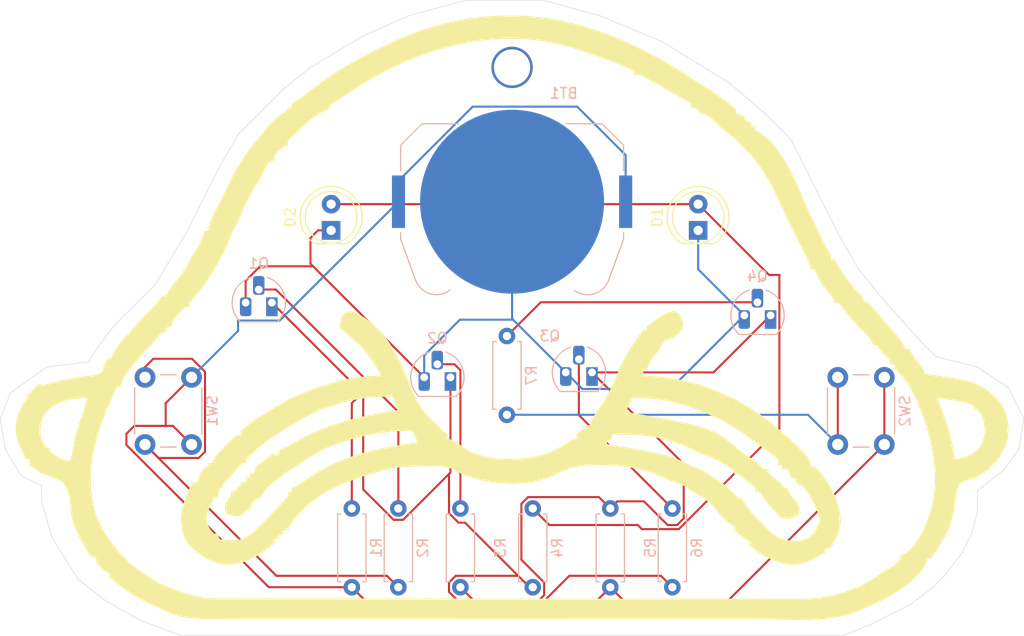
<source format=kicad_pcb>
(kicad_pcb (version 20241229) (generator "pcbnew") (generator_version "9.0")
  (layers (0 "F.Cu" signal) (2 "B.Cu" signal) (13 "F.Paste" user) (15 "B.Paste" user) (5 "F.SilkS" user "F.Silkscreen") (7 "B.SilkS" user "B.Silkscreen") (1 "F.Mask" user) (3 "B.Mask" user) (25 "Edge.Cuts" user))
  (net 0 "")
  (net 1 "Net-(D1-A)")
  (net 2 "GND")
  (net 3 "Net-(Q1-C)")
  (net 4 "Net-(Q1-B)")
  (net 5 "Net-(Q2-B)")
  (net 6 "Net-(Q3-C)")
  (net 7 "Net-(Q3-B)")
  (net 8 "Net-(Q4-B)")
  (net 9 "Net-(R2-Pad1)")
  (net 10 "Net-(R7-Pad1)")
  (net 11 "VCC")
  (footprint "LED_THT:LED_D5.0mm" (layer "F.Cu") (at 103.5 66.775 90)
    (property "Reference" "D1")
    (property "Value" "LED")
  )
  (footprint "LED_THT:LED_D5.0mm" (layer "F.Cu") (at 68 66.775 90)
    (property "Reference" "D2")
    (property "Value" "LED")
  )
  (footprint "Resistor_THT:R_Axial_DIN0207_L6.3mm_D2.5mm_P7.62mm_Horizontal" (layer "B.Cu") (at 74.5 101.31 90)
    (property "Reference" "R2")
    (property "Value" "R")
  )
  (footprint "Button_Switch_THT:SW_PUSH_6mm" (layer "B.Cu") (at 121.5 87.5 90)
    (property "Reference" "SW2")
    (property "Value" "SW_Push")
  )
  (footprint "Package_TO_SOT_THT:TO-92L_HandSolder" (layer "B.Cu") (at 110.5 75 180)
    (property "Reference" "Q4")
    (property "Value" "NPN")
  )
  (footprint "Resistor_THT:R_Axial_DIN0207_L6.3mm_D2.5mm_P7.62mm_Horizontal" (layer "B.Cu") (at 85 84.62 90)
    (property "Reference" "R7")
    (property "Value" "R")
  )
  (footprint "Resistor_THT:R_Axial_DIN0207_L6.3mm_D2.5mm_P7.62mm_Horizontal" (layer "B.Cu") (at 80.5 101.31 90)
    (property "Reference" "R3")
    (property "Value" "R")
  )
  (footprint "Resistor_THT:R_Axial_DIN0207_L6.3mm_D2.5mm_P7.62mm_Horizontal" (layer "B.Cu") (at 87.5 101.31 90)
    (property "Reference" "R4")
    (property "Value" "R")
  )
  (footprint "Resistor_THT:R_Axial_DIN0207_L6.3mm_D2.5mm_P7.62mm_Horizontal" (layer "B.Cu") (at 95 101.31 90)
    (property "Reference" "R5")
    (property "Value" "R")
  )
  (footprint "Resistor_THT:R_Axial_DIN0207_L6.3mm_D2.5mm_P7.62mm_Horizontal" (layer "B.Cu") (at 70 101.31 90)
    (property "Reference" "R1")
    (property "Value" "R")
  )
  (footprint "Button_Switch_THT:SW_PUSH_6mm" (layer "B.Cu") (at 54.5 87.5 90)
    (property "Reference" "SW1")
    (property "Value" "SW_Push")
  )
  (footprint "Package_TO_SOT_THT:TO-92L_HandSolder" (layer "B.Cu") (at 93.23 80.52 180)
    (property "Reference" "Q3")
    (property "Value" "NPN")
  )
  (footprint "Battery:BatteryHolder_Keystone_3034_1x20mm" (layer "B.Cu") (at 85.5 64 180)
    (property "Reference" "BT1")
    (property "Value" "Battery_Cell")
  )
  (footprint "Package_TO_SOT_THT:TO-92L_HandSolder" (layer "B.Cu") (at 79.54 81 180)
    (property "Reference" "Q2")
    (property "Value" "NPN")
  )
  (footprint "Resistor_THT:R_Axial_DIN0207_L6.3mm_D2.5mm_P7.62mm_Horizontal" (layer "B.Cu") (at 101 101.31 90)
    (property "Reference" "R6")
    (property "Value" "R")
  )
  (footprint "Package_TO_SOT_THT:TO-92L_HandSolder" (layer "B.Cu") (at 62.27 73.77 180)
    (property "Reference" "Q1")
    (property "Value" "NPN")
  )
  (gr_poly (pts (xy 101.340845 74.605886) (xy 101.382017 74.63286) (xy 101.421037 74.659793) (xy 101.457997 74.686739) (xy 101.492989 74.71375) (xy 101.526107 74.740879) (xy 101.557443 74.768178) (xy 101.587088 74.795701) (xy 101.615137 74.823498) (xy 101.641681 74.851624) (xy 101.666812 74.88013) (xy 101.690625 74.90907) (xy 101.71321 74.938496) (xy 101.73466 74.96846) (xy 101.755069 74.999016) (xy 101.774528 75.030216) (xy 101.810969 75.094756) (xy 101.844722 75.162503) (xy 101.876529 75.233878) (xy 101.907128 75.309301) (xy 101.937262 75.389193) (xy 101.96767 75.473975) (xy 102.032268 75.659893) (xy 102.031505 75.850899) (xy 102.029693 75.930126) (xy 102.026164 76.000617) (xy 102.020346 76.063955) (xy 102.011666 76.121727) (xy 101.999553 76.175517) (xy 101.983434 76.22691) (xy 101.962736 76.277492) (xy 101.936888 76.328848) (xy 101.905317 76.382563) (xy 101.867451 76.440221) (xy 101.822718 76.503409) (xy 101.770544 76.573711) (xy 101.64159 76.741997) (xy 101.466303 76.879177) (xy 101.328562 76.98465) (xy 101.270032 77.027728) (xy 101.216401 77.065559) (xy 101.166173 77.099036) (xy 101.117852 77.129052) (xy 101.069943 77.156501) (xy 101.020951 77.182275) (xy 100.969378 77.207268) (xy 100.91373 77.232372) (xy 100.784223 77.286491) (xy 100.620464 77.351776) (xy 100.525039 77.392342) (xy 100.440749 77.432273) (xy 100.402445 77.452188) (xy 100.366521 77.47217) (xy 100.332845 77.492294) (xy 100.301282 77.512636) (xy 100.271697 77.533269) (xy 100.243957 77.55427) (xy 100.217927 77.575713) (xy 100.193474 77.597674) (xy 100.170462 77.620227) (xy 100.148759 77.643448) (xy 100.128229 77.667413) (xy 100.108739 77.692195) (xy 100.090154 77.717871) (xy 100.07234 77.744515) (xy 100.038489 77.801009) (xy 100.006113 77.862277) (xy 99.974139 77.928922) (xy 99.9071 78.080745) (xy 99.828785 78.261284) (xy 99.368862 78.801819) (xy 99.223925 78.984793) (xy 99.157501 79.07305) (xy 99.094783 79.159871) (xy 99.035528 79.245796) (xy 98.979496 79.331364) (xy 98.926443 79.417113) (xy 98.876127 79.503583) (xy 98.828306 79.591313) (xy 98.782738 79.680841) (xy 98.739181 79.772707) (xy 98.697391 79.86745) (xy 98.657128 79.965608) (xy 98.618149 80.067721) (xy 98.58021 80.174327) (xy 98.543072 80.285965) (xy 98.175136 80.285965) (xy 98.175136 80.837868) (xy 98.66193 80.846138) (xy 99.478241 80.896721) (xy 100.296498 80.98434) (xy 101.114721 81.10815) (xy 101.930933 81.267301) (xy 102.743153 81.460947) (xy 103.549404 81.688238) (xy 104.347706 81.948328) (xy 105.136082 82.240369) (xy 105.912551 82.563512) (xy 106.675136 82.91691) (xy 107.421858 83.299716) (xy 108.150738 83.71108) (xy 108.859797 84.150156) (xy 109.547057 84.616096) (xy 110.210538 85.108052) (xy 110.848263 85.625176) (xy 111.02022 85.768317) (xy 111.1945 85.914562) (xy 111.464705 86.15049) (xy 111.732804 86.388501) (xy 112.263164 86.870578) (xy 112.78655 87.360406) (xy 113.303928 87.857598) (xy 113.767986 88.307183) (xy 113.83799 88.390167) (xy 113.903624 88.471576) (xy 113.965171 88.551819) (xy 114.022912 88.631306) (xy 114.077128 88.710448) (xy 114.128101 88.789656) (xy 114.176113 88.869338) (xy 114.221445 88.949907) (xy 114.264379 89.031771) (xy 114.305197 89.115341) (xy 114.34418 89.201028) (xy 114.381609 89.289242) (xy 114.417767 89.380393) (xy 114.452935 89.474892) (xy 114.487394 89.573148) (xy 114.521427 89.675572) (xy 114.888325 89.675572) (xy 115.135588 89.964988) (xy 115.377133 90.263298) (xy 115.611384 90.570189) (xy 115.836765 90.885349) (xy 116.0517 91.208467) (xy 116.254612 91.53923) (xy 116.443926 91.877327) (xy 116.618066 92.222445) (xy 116.775455 92.574274) (xy 116.914517 92.9325) (xy 117.033677 93.296812) (xy 117.131358 93.666899) (xy 117.205985 94.042448) (xy 117.255981 94.423147) (xy 117.27977 94.808685) (xy 117.281344 95.003171) (xy 117.275776 95.19875) (xy 117.201984 95.526189) (xy 117.116419 95.850939) (xy 117.068208 96.011466) (xy 117.015836 96.170311) (xy 116.958898 96.327141) (xy 116.896989 96.481617) (xy 116.829702 96.633405) (xy 116.756631 96.782168) (xy 116.677372 96.927569) (xy 116.591518 97.069274) (xy 116.498663 97.206946) (xy 116.398402 97.340248) (xy 116.290329 97.468845) (xy 116.174038 97.5924) (xy 115.806103 97.5924) (xy 115.806103 97.960339) (xy 115.314574 98.241894) (xy 114.833002 98.502424) (xy 114.593792 98.621685) (xy 114.354482 98.731948) (xy 114.11421 98.831964) (xy 113.872111 98.920486) (xy 113.627324 98.996266) (xy 113.378985 99.058058) (xy 113.126232 99.104613) (xy 112.868201 99.134684) (xy 112.604029 99.147024) (xy 112.332854 99.140384) (xy 112.19437 99.129557) (xy 112.053812 99.113518) (xy 111.911072 99.09211) (xy 111.766041 99.065178) (xy 111.300829 98.912156) (xy 111.073207 98.830832) (xy 110.849026 98.745593) (xy 110.628375 98.655909) (xy 110.411344 98.56125) (xy 110.198023 98.461086) (xy 109.9885 98.354888) (xy 109.782864 98.242125) (xy 109.581206 98.122267) (xy 109.383615 97.994785) (xy 109.190179 97.859149) (xy 109.000989 97.714829) (xy 108.816133 97.561295) (xy 108.635701 97.398017) (xy 108.459782 97.224465) (xy 108.459782 96.855496) (xy 108.301002 96.787153) (xy 108.138355 96.718037) (xy 108.05137 96.668056) (xy 107.967737 96.61725) (xy 107.887175 96.565496) (xy 107.809401 96.512671) (xy 107.734134 96.458654) (xy 107.661093 96.403321) (xy 107.589996 96.34655) (xy 107.520561 96.288218) (xy 107.452507 96.228202) (xy 107.385552 96.16638) (xy 107.319415 96.10263) (xy 107.253814 96.036828) (xy 107.123094 95.898579) (xy 106.991138 95.750653) (xy 106.991138 95.382717) (xy 106.828485 95.31373) (xy 106.663509 95.243191) (xy 106.579456 95.1945) (xy 106.499865 95.14521) (xy 106.424307 95.095161) (xy 106.352353 95.044189) (xy 106.283572 94.992134) (xy 106.217534 94.938832) (xy 106.15381 94.884123) (xy 106.091968 94.827843) (xy 106.031581 94.769831) (xy 105.972216 94.709926) (xy 105.913446 94.647964) (xy 105.854838 94.583785) (xy 105.736394 94.448124) (xy 105.613445 94.301647) (xy 105.445495 94.103339) (xy 105.274448 93.902706) (xy 105.124067 93.723517) (xy 104.970585 93.542004) (xy 104.874667 93.436478) (xy 104.778597 93.335936) (xy 104.682124 93.240033) (xy 104.584998 93.148423) (xy 104.48697 93.060762) (xy 104.38779 92.976704) (xy 104.287208 92.895904) (xy 104.184975 92.818017) (xy 104.080839 92.742698) (xy 103.974553 92.669601) (xy 103.865865 92.598382) (xy 103.754527 92.528694) (xy 103.640288 92.460194) (xy 103.522898 92.392535) (xy 103.277668 92.258362) (xy 103.168844 92.195393) (xy 103.082815 92.144706) (xy 103.011659 92.100849) (xy 102.979183 92.07978) (xy 102.947455 92.058374) (xy 102.915485 92.03595) (xy 102.882283 92.011829) (xy 102.80822 91.955764) (xy 102.717347 91.884729) (xy 102.601742 91.793274) (xy 102.521321 91.737107) (xy 102.44154 91.684322) (xy 102.362188 91.634668) (xy 102.283058 91.587893) (xy 102.20394 91.543746) (xy 102.124625 91.501977) (xy 102.044905 91.462333) (xy 101.96457 91.424563) (xy 101.883411 91.388416) (xy 101.80122 91.353641) (xy 101.632905 91.287201) (xy 101.457953 91.223231) (xy 101.274692 91.159722) (xy 101.027685 91.073348) (xy 100.783247 90.984602) (xy 100.54094 90.893239) (xy 100.30033 90.799018) (xy 100.06098 90.701696) (xy 99.822453 90.601032) (xy 99.584314 90.496783) (xy 99.346126 90.388706) (xy 98.894672 90.221744) (xy 98.414945 90.070384) (xy 97.910844 89.935114) (xy 97.386265 89.816422) (xy 96.845105 89.714796) (xy 96.291262 89.630723) (xy 95.728631 89.564689) (xy 95.16111 89.517184) (xy 94.592596 89.488694) (xy 94.026986 89.479707) (xy 93.468176 89.49071) (xy 92.920064 89.52219) (xy 92.386547 89.574636) (xy 91.871522 89.648535) (xy 91.378884 89.744374) (xy 90.912533 89.862641) (xy 90.64451 89.980075) (xy 90.378327 90.101386) (xy 90.113889 90.226572) (xy 89.851097 90.355633) (xy 89.340997 90.586168) (xy 88.824324 90.782172) (xy 88.301848 90.944962) (xy 87.774334 91.075858) (xy 87.242551 91.176178) (xy 86.707266 91.24724) (xy 86.169247 91.290364) (xy 85.629262 91.306868) (xy 85.088077 91.29807) (xy 84.546461 91.265291) (xy 84.005181 91.209847) (xy 83.465005 91.133057) (xy 82.9267 91.036242) (xy 82.391034 90.920718) (xy 81.858774 90.787805) (xy 81.330688 90.638821) (xy 81.155909 90.57081) (xy 80.987816 90.501298) (xy 80.824761 90.42975) (xy 80.665097 90.355635) (xy 80.507177 90.278419) (xy 80.349353 90.19757) (xy 80.18998 90.112554) (xy 80.027409 90.022839) (xy 79.871375 89.94699) (xy 79.717307 89.880313) (xy 79.564775 89.822266) (xy 79.413347 89.772306) (xy 79.26259 89.729891) (xy 79.112075 89.69448) (xy 78.961368 89.665531) (xy 78.81004 89.642501) (xy 78.657658 89.624849) (xy 78.50379 89.612032) (xy 78.348006 89.603509) (xy 78.189874 89.598738) (xy 77.864839 89.598281) (xy 77.525234 89.606327) (xy 77.285845 89.610588) (xy 77.042576 89.615628) (xy 76.021291 89.643299) (xy 75.218221 89.674991) (xy 74.876569 89.695903) (xy 74.563132 89.722089) (xy 74.269131 89.754973) (xy 73.985787 89.795978) (xy 73.704321 89.846527) (xy 73.415952 89.908043) (xy 73.111901 89.98195) (xy 72.78339 90.069669) (xy 72.017866 90.292241) (xy 71.049145 90.587143) (xy 70.880076 90.661313) (xy 70.71068 90.730142) (xy 70.540727 90.79449) (xy 70.369987 90.855216) (xy 70.19823 90.91318) (xy 70.025225 90.969244) (xy 69.674553 91.079106) (xy 69.259293 91.23995) (xy 68.83779 91.421633) (xy 68.41281 91.623437) (xy 67.987123 91.844643) (xy 67.563494 92.084531) (xy 67.144692 92.342381) (xy 66.733484 92.617476) (xy 66.332637 92.909096) (xy 65.944919 93.216521) (xy 65.573099 93.539033) (xy 65.219942 93.875913) (xy 64.888217 94.226441) (xy 64.58069 94.589898) (xy 64.300131 94.965565) (xy 64.049306 95.352723) (xy 63.830982 95.750653) (xy 63.464079 95.750653) (xy 63.280111 96.303593) (xy 62.913208 96.303593) (xy 62.913208 96.671528) (xy 62.546307 96.671528) (xy 62.546307 97.039463) (xy 62.281007 97.260539) (xy 62.011314 97.475645) (xy 61.737049 97.683483) (xy 61.458033 97.882758) (xy 61.174088 98.072174) (xy 60.885034 98.250436) (xy 60.590694 98.416247) (xy 60.290888 98.568311) (xy 59.985439 98.705332) (xy 59.674166 98.826015) (xy 59.356893 98.929063) (xy 59.033439 99.01318) (xy 58.703627 99.077071) (xy 58.367277 99.11944) (xy 58.024212 99.13899) (xy 57.850104 99.139804) (xy 57.674251 99.134426) (xy 57.40677 99.086259) (xy 57.145688 99.024993) (xy 56.890889 98.951071) (xy 56.642257 98.864933) (xy 56.399674 98.767024) (xy 56.163025 98.657784) (xy 55.932192 98.537655) (xy 55.707059 98.40708) (xy 55.48751 98.266501) (xy 55.273427 98.11636) (xy 55.064695 97.957099) (xy 54.861197 97.78916) (xy 54.662816 97.612984) (xy 54.469435 97.429015) (xy 54.280939 97.237694) (xy 54.09721 97.039463) (xy 53.988706 96.849769) (xy 53.89198 96.661033) (xy 53.806623 96.472881) (xy 53.732229 96.28494) (xy 53.66839 96.096835) (xy 53.614699 95.908192) (xy 53.570749 95.718638) (xy 53.536133 95.527799) (xy 53.510443 95.3353) (xy 53.493271 95.140768) (xy 53.484212 94.943829) (xy 53.482857 94.744109) (xy 53.48712 94.59857) (xy 55.971098 94.59857) (xy 55.972676 94.679014) (xy 55.978142 94.759373) (xy 55.987406 94.8404) (xy 56.000379 94.922847) (xy 56.016973 95.007466) (xy 56.037096 95.095011) (xy 56.060661 95.186232) (xy 56.117758 95.382717) (xy 56.199206 95.523538) (xy 56.264147 95.633171) (xy 56.292444 95.678991) (xy 56.319035 95.720252) (xy 56.344726 95.758035) (xy 56.370326 95.793417) (xy 56.39664 95.82748) (xy 56.424475 95.861301) (xy 56.454639 95.895962) (xy 56.487938 95.93254) (xy 56.567171 96.01577) (xy 56.668629 96.119625) (xy 57.036564 96.119625) (xy 57.2195 96.671528) (xy 57.651454 96.720237) (xy 57.860281 96.738343) (xy 58.064829 96.750948) (xy 58.265465 96.757048) (xy 58.462556 96.755643) (xy 58.656467 96.745729) (xy 58.847565 96.726304) (xy 59.036217 96.696367) (xy 59.222789 96.654914) (xy 59.407646 96.600944) (xy 59.591157 96.533454) (xy 59.773686 96.451443) (xy 59.955601 96.353907) (xy 60.137267 96.239845) (xy 60.319052 96.108254) (xy 60.713537 95.741953) (xy 61.101433 95.367829) (xy 61.483515 94.987066) (xy 61.860559 94.600854) (xy 62.23334 94.210378) (xy 62.602633 93.816825) (xy 63.333855 93.025238) (xy 63.47829 92.868273) (xy 63.624275 92.708981) (xy 63.704713 92.621254) (xy 63.737114 92.584313) (xy 63.764706 92.550738) (xy 63.776794 92.534919) (xy 63.787793 92.519591) (xy 63.797742 92.504635) (xy 63.806677 92.489935) (xy 63.814638 92.475374) (xy 63.821662 92.460834) (xy 63.827786 92.446198) (xy 63.833049 92.431349) (xy 63.837488 92.41617) (xy 63.841141 92.400544) (xy 63.844047 92.384354) (xy 63.846243 92.367482) (xy 63.847766 92.349812) (xy 63.848655 92.331225) (xy 63.848947 92.311606) (xy 63.848681 92.290837) (xy 63.846624 92.24538) (xy 63.842787 92.193917) (xy 63.830982 92.069226) (xy 64.198917 92.069226) (xy 64.198917 91.700257) (xy 64.350717 91.630235) (xy 64.504843 91.558663) (xy 64.689866 91.457488) (xy 64.870372 91.351941) (xy 65.047269 91.242493) (xy 65.221465 91.129618) (xy 65.393869 91.013788) (xy 65.565388 90.895475) (xy 65.909408 90.65329) (xy 66.516451 90.265443) (xy 67.127791 89.91059) (xy 67.743755 89.586721) (xy 68.364669 89.291827) (xy 68.990856 89.023901) (xy 69.622644 88.780932) (xy 70.260358 88.560911) (xy 70.904322 88.36183) (xy 71.554863 88.181679) (xy 72.212307 88.01845) (xy 72.876978 87.870134) (xy 73.549202 87.73472) (xy 74.917612 87.494568) (xy 76.320141 87.281922) (xy 76.253614 87.083409) (xy 76.199331 86.92805) (xy 76.174765 86.862507) (xy 76.150838 86.802898) (xy 76.126746 86.747603) (xy 76.101679 86.695005) (xy 76.074833 86.643484) (xy 76.045399 86.591424) (xy 76.01257 86.537204) (xy 75.975541 86.479207) (xy 75.88565 86.345408) (xy 75.769272 86.177079) (xy 75.074151 86.183346) (xy 74.368762 86.215737) (xy 73.655745 86.274286) (xy 72.937742 86.359028) (xy 72.217396 86.469997) (xy 71.497348 86.60723) (xy 70.78024 86.77076) (xy 70.068714 86.960622) (xy 69.365412 87.176851) (xy 68.672976 87.419483) (xy 67.994048 87.688551) (xy 67.331268 87.98409) (xy 66.68728 88.306136) (xy 66.064726 88.654723) (xy 65.466246 89.029886) (xy 64.894483 89.43166) (xy 64.785149 89.51267) (xy 64.697677 89.576676) (xy 64.623115 89.62954) (xy 64.552514 89.677122) (xy 64.476923 89.725287) (xy 64.387391 89.779894) (xy 64.130705 89.931889) (xy 63.928781 90.05903) (xy 63.731714 90.189963) (xy 63.538644 90.324506) (xy 63.348711 90.462476) (xy 63.161055 90.603692) (xy 62.974816 90.747972) (xy 62.603149 91.044998) (xy 62.339987 91.25545) (xy 62.07295 91.46978) (xy 61.997811 91.541107) (xy 61.928252 91.610095) (xy 61.863774 91.677263) (xy 61.803877 91.74313) (xy 61.748062 91.808217) (xy 61.695829 91.873041) (xy 61.646678 91.938124) (xy 61.60011 92.003982) (xy 61.555626 92.071137) (xy 61.512725 92.140107) (xy 61.470907 92.211412) (xy 61.429675 92.28557) (xy 61.388527 92.363102) (xy 61.346964 92.444526) (xy 61.260595 92.621128) (xy 60.709724 92.805096) (xy 60.563162 92.966644) (xy 60.503447 93.034386) (xy 60.451698 93.095599) (xy 60.407108 93.1519) (xy 60.368867 93.204909) (xy 60.336167 93.256243) (xy 60.321642 93.281788) (xy 60.3082 93.307521) (xy 60.295738 93.333645) (xy 60.284157 93.360362) (xy 60.273354 93.387873) (xy 60.263229 93.416383) (xy 60.244609 93.477203) (xy 60.227488 93.544442) (xy 60.211057 93.619716) (xy 60.194508 93.704644) (xy 60.157822 93.909939) (xy 59.790918 93.909939) (xy 59.572843 94.197262) (xy 59.5141 94.243824) (xy 59.461695 94.284505) (xy 59.414164 94.319628) (xy 59.39177 94.335204) (xy 59.370046 94.349512) (xy 59.348809 94.36259) (xy 59.327878 94.374479) (xy 59.307068 94.385218) (xy 59.286197 94.394849) (xy 59.265082 94.403411) (xy 59.243541 94.410944) (xy 59.221391 94.417489) (xy 59.198448 94.423085) (xy 59.17453 94.427773) (xy 59.149455 94.431592) (xy 59.123039 94.434584) (xy 59.095099 94.436787) (xy 59.065453 94.438243) (xy 59.033919 94.43899) (xy 58.964451 94.438523) (xy 58.885233 94.435706) (xy 58.794803 94.43086) (xy 58.574455 94.416367) (xy 58.369409 94.370294) (xy 58.213075 94.333426) (xy 58.150232 94.317263) (xy 58.096032 94.301984) (xy 58.0493 94.287117) (xy 58.008857 94.27219) (xy 57.973524 94.256729) (xy 57.942126 94.240264) (xy 57.913482 94.22232) (xy 57.886416 94.202427) (xy 57.85975 94.180111) (xy 57.832305 94.154901) (xy 57.77037 94.093907) (xy 57.750859 93.891916) (xy 57.744468 93.799884) (xy 57.740818 93.712793) (xy 57.74028 93.629868) (xy 57.743228 93.550335) (xy 57.750033 93.473418) (xy 57.761069 93.398342) (xy 57.776706 93.324332) (xy 57.797319 93.250612) (xy 57.823278 93.176408) (xy 57.854958 93.100945) (xy 57.89273 93.023447) (xy 57.936966 92.943139) (xy 57.988039 92.859246) (xy 58.046322 92.770993) (xy 58.321241 92.437161) (xy 58.321241 92.069226) (xy 58.873144 91.885258) (xy 58.873144 91.516289) (xy 59.240047 91.516289) (xy 59.240047 91.14835) (xy 59.606951 91.14835) (xy 59.708747 91.066899) (xy 59.788222 91.001945) (xy 59.821605 90.973632) (xy 59.85183 90.947018) (xy 59.879702 90.921295) (xy 59.906027 90.895653) (xy 59.931615 90.869285) (xy 59.95727 90.841381) (xy 59.9838 90.811134) (xy 60.012013 90.777734) (xy 60.076712 90.698246) (xy 60.157822 90.596447) (xy 60.157822 90.227478) (xy 60.525757 90.227478) (xy 60.757526 90.000036) (xy 60.987744 89.770657) (xy 61.216413 89.539728) (xy 61.443531 89.307637) (xy 61.625588 89.152086) (xy 61.797143 89.010271) (xy 61.880698 88.944173) (xy 61.963685 88.8811) (xy 62.04679 88.820916) (xy 62.130698 88.763484) (xy 62.216097 88.708668) (xy 62.303671 88.656332) (xy 62.394106 88.606339) (xy 62.488089 88.558554) (xy 62.586305 88.51284) (xy 62.689439 88.46906) (xy 62.798178 88.42708) (xy 62.913208 88.386761) (xy 62.913208 88.018826) (xy 63.104282 87.948029) (xy 63.297682 87.877232) (xy 63.522631 87.777626) (xy 63.743099 87.672981) (xy 63.960031 87.563879) (xy 64.174371 87.450902) (xy 64.387064 87.33463) (xy 64.599055 87.215645) (xy 65.024708 86.971863) (xy 65.580966 86.679507) (xy 66.143054 86.407518) (xy 66.710718 86.15485) (xy 67.283709 85.920457) (xy 67.861775 85.703293) (xy 68.444664 85.502312) (xy 69.032126 85.316467) (xy 69.623908 85.144713) (xy 70.219761 84.986003) (xy 70.819431 84.839291) (xy 72.029221 84.577677) (xy 73.251268 84.351502) (xy 74.483562 84.152397) (xy 73.93269 82.863587) (xy 73.245603 82.871467) (xy 72.568302 82.897176) (xy 71.898947 82.943814) (xy 71.235696 83.014482) (xy 70.905785 83.059796) (xy 70.576709 83.112279) (xy 70.248239 83.172321) (xy 69.920144 83.240307) (xy 69.592195 83.316627) (xy 69.264161 83.401666) (xy 68.935812 83.495814) (xy 68.606918 83.599457) (xy 67.994034 83.788594) (xy 67.693221 83.891154) (xy 67.399238 83.998453) (xy 67.111457 84.110481) (xy 66.829248 84.22723) (xy 66.55198 84.348691) (xy 66.279023 84.474853) (xy 65.743526 84.741249) (xy 65.217719 85.026346) (xy 64.696562 85.33007) (xy 64.175017 85.652349) (xy 63.648046 85.993111) (xy 63.164356 86.282498) (xy 62.714147 86.564328) (xy 62.267366 86.86263) (xy 61.826374 87.176339) (xy 61.393534 87.504387) (xy 60.971206 87.84571) (xy 60.561753 88.199242) (xy 60.167537 88.563916) (xy 59.97688 88.750099) (xy 59.790918 88.938668) (xy 59.790918 89.307637) (xy 59.424015 89.307637) (xy 59.320027 89.410745) (xy 59.237997 89.49301) (xy 59.170525 89.562654) (xy 59.110211 89.627901) (xy 59.049655 89.696976) (xy 58.981456 89.778102) (xy 58.898214 89.879504) (xy 58.79253 90.009403) (xy 58.425062 90.444147) (xy 58.300972 90.58842) (xy 58.201481 90.700705) (xy 58.115216 90.793563) (xy 58.030803 90.879554) (xy 57.822046 91.081173) (xy 57.730702 91.16072) (xy 57.693909 91.194367) (xy 57.662576 91.225139) (xy 57.64885 91.239731) (xy 57.636361 91.253943) (xy 57.625065 91.267891) (xy 57.614919 91.281686) (xy 57.605881 91.295443) (xy 57.597907 91.309275) (xy 57.590955 91.323295) (xy 57.584981 91.337616) (xy 57.579943 91.352352) (xy 57.575797 91.367616) (xy 57.572502 91.383522) (xy 57.570013 91.400183) (xy 57.568288 91.417712) (xy 57.567283 91.436222) (xy 57.566957 91.455828) (xy 57.567265 91.476642) (xy 57.569615 91.522348) (xy 57.573989 91.574248) (xy 57.587435 91.700257) (xy 57.2195 91.700257) (xy 57.036564 92.621128) (xy 56.668629 92.621128) (xy 56.572462 92.8362) (xy 56.477555 93.051852) (xy 56.290358 93.484127) (xy 56.076416 93.969883) (xy 56.048278 94.071989) (xy 56.024653 94.168743) (xy 56.005452 94.260897) (xy 55.990585 94.349205) (xy 55.979963 94.434418) (xy 55.973497 94.517289) (xy 55.971098 94.59857) (xy 53.48712 94.59857) (xy 53.4888 94.541234) (xy 53.501633 94.33483) (xy 53.520948 94.124523) (xy 53.546339 93.909939) (xy 53.644082 93.543122) (xy 53.747118 93.182239) (xy 53.858511 92.827411) (xy 53.981326 92.478761) (xy 54.047973 92.306789) (xy 54.118625 92.136408) (xy 54.193665 91.967631) (xy 54.273475 91.800474) (xy 54.358439 91.634953) (xy 54.448939 91.471081) (xy 54.545358 91.308875) (xy 54.648081 91.14835) (xy 55.016016 91.14835) (xy 55.176214 90.722538) (xy 55.245162 90.558052) (xy 55.301465 90.427708) (xy 55.326979 90.371506) (xy 55.351857 90.319238) (xy 55.376941 90.269372) (xy 55.403073 90.220372) (xy 55.431094 90.170707) (xy 55.461847 90.118842) (xy 55.534912 90.002378) (xy 55.629003 89.858711) (xy 55.750854 89.675572) (xy 56.117758 89.675572) (xy 56.117758 89.307637) (xy 56.484661 89.307637) (xy 56.605583 89.004814) (xy 56.669158 88.896966) (xy 56.73538 88.792234) (xy 56.804108 88.690366) (xy 56.875205 88.591111) (xy 56.94853 88.494218) (xy 57.023944 88.399436) (xy 57.101308 88.306513) (xy 57.180483 88.215197) (xy 57.343708 88.036385) (xy 57.512505 87.860988) (xy 57.862354 87.512398) (xy 58.000588 87.371967) (xy 58.140373 87.22921) (xy 58.367701 87.003713) (xy 58.461265 86.91248) (xy 58.543578 86.834257) (xy 58.61625 86.768042) (xy 58.680892 86.712835) (xy 58.739115 86.667636) (xy 58.792529 86.631443) (xy 58.842746 86.603256) (xy 58.867159 86.591852) (xy 58.891376 86.582074) (xy 58.9156 86.573797) (xy 58.940031 86.566896) (xy 58.990321 86.556722) (xy 59.043856 86.550551) (xy 59.102249 86.547382) (xy 59.240047 86.546047) (xy 59.240047 86.177079) (xy 59.445161 86.000417) (xy 59.654483 85.828356) (xy 59.867664 85.6606) (xy 60.08436 85.496856) (xy 60.526906 85.180229) (xy 60.979348 84.876125) (xy 61.438911 84.582195) (xy 61.902822 84.296089) (xy 62.832594 83.73795) (xy 63.212931 83.508507) (xy 63.501758 83.343474) (xy 63.793037 83.185715) (xy 64.086699 83.034871) (xy 64.382676 82.890586) (xy 64.981301 82.620262) (xy 65.588368 82.371884) (xy 66.203332 82.142594) (xy 66.825647 81.929533) (xy 67.454769 81.729845) (xy 68.090153 81.540669) (xy 68.592449 81.394944) (xy 69.121625 81.258755) (xy 69.646405 81.143375) (xy 70.169077 81.047907) (xy 70.691932 80.971453) (xy 71.217257 80.913119) (xy 71.747342 80.872008) (xy 72.284476 80.847223) (xy 72.830948 80.837868) (xy 72.640713 80.485397) (xy 72.442767 80.143887) (xy 72.236982 79.812841) (xy 72.023229 79.491763) (xy 71.801379 79.180156) (xy 71.571304 78.877524) (xy 71.332875 78.58337) (xy 71.085964 78.297198) (xy 70.830441 78.01851) (xy 70.566178 77.746811) (xy 70.293046 77.481604) (xy 70.010917 77.222392) (xy 69.719661 76.968679) (xy 69.419151 76.719967) (xy 69.109258 76.475762) (xy 68.789852 76.235565) (xy 68.838634 75.885424) (xy 68.879544 75.617242) (xy 68.898855 75.508493) (xy 68.91837 75.413761) (xy 68.938811 75.330889) (xy 68.960902 75.25772) (xy 68.985367 75.192097) (xy 69.01293 75.131862) (xy 69.044313 75.074857) (xy 69.080242 75.018926) (xy 69.121439 74.961911) (xy 69.168628 74.901654) (xy 69.283878 74.762787) (xy 69.425052 74.702221) (xy 69.484067 74.678027) (xy 69.537158 74.65769) (xy 69.585672 74.64106) (xy 69.630951 74.627985) (xy 69.674341 74.618313) (xy 69.717186 74.611892) (xy 69.760831 74.608573) (xy 69.806619 74.608203) (xy 69.855895 74.61063) (xy 69.910004 74.615704) (xy 69.97029 74.623273) (xy 70.038097 74.633185) (xy 70.201652 74.659436) (xy 70.451132 74.781865) (xy 70.691657 74.909024) (xy 70.92352 75.04087) (xy 71.147014 75.17736) (xy 71.362432 75.318452) (xy 71.570067 75.464103) (xy 71.77021 75.61427) (xy 71.963156 75.768912) (xy 72.328625 76.091446) (xy 72.668816 76.431365) (xy 72.98607 76.788328) (xy 73.28273 77.161995) (xy 73.561138 77.552025) (xy 73.823635 77.958077) (xy 74.072564 78.379811) (xy 74.310268 78.816885) (xy 74.539087 79.26896) (xy 74.761365 79.735695) (xy 75.195663 80.711781) (xy 75.676341 81.835171) (xy 75.880907 82.29909) (xy 76.06956 82.709219) (xy 76.248251 83.074106) (xy 76.422932 83.402295) (xy 76.599554 83.702334) (xy 76.784068 83.982768) (xy 76.982425 84.252145) (xy 77.200578 84.51901) (xy 77.444477 84.79191) (xy 77.720073 85.07939) (xy 78.033319 85.389998) (xy 78.390165 85.732279) (xy 79.258465 86.546047) (xy 79.258465 86.913983) (xy 79.637768 87.040074) (xy 79.816943 87.120778) (xy 79.958452 87.186901) (xy 80.019116 87.217022) (xy 80.075204 87.246531) (xy 80.128331 87.27644) (xy 80.180111 87.30776) (xy 80.232158 87.341502) (xy 80.286084 87.378678) (xy 80.343505 87.420298) (xy 80.406034 87.467375) (xy 80.552872 87.581944) (xy 80.73951 87.730473) (xy 80.914887 87.851289) (xy 81.095503 87.964275) (xy 81.47131 88.167546) (xy 81.864652 88.341877) (xy 82.27325 88.488856) (xy 82.694825 88.610074) (xy 83.1271 88.70712) (xy 83.567795 88.781584) (xy 84.014633 88.835055) (xy 84.465334 88.869124) (xy 84.91762 88.885379) (xy 85.369212 88.88541) (xy 85.817833 88.870808) (xy 86.261203 88.843162) (xy 86.697044 88.80406) (xy 87.123078 88.755095) (xy 87.537025 88.697853) (xy 87.785387 88.645704) (xy 88.028755 88.588348) (xy 88.267418 88.525589) (xy 88.501663 88.457235) (xy 88.731779 88.383091) (xy 88.958051 88.302965) (xy 89.180769 88.216661) (xy 89.40022 88.123986) (xy 89.616691 88.024748) (xy 89.83047 87.91875) (xy 90.041846 87.805801) (xy 90.251104 87.685706) (xy 90.458534 87.558271) (xy 90.664423 87.423302) (xy 90.869058 87.280607) (xy 91.072727 87.12999) (xy 91.118575 87.097954) (xy 94.685944 87.097954) (xy 94.685944 87.465889) (xy 94.860998 87.495732) (xy 95.038376 87.5248) (xy 98.3041 88.082872) (xy 99.374266 88.286561) (xy 100.188707 88.470218) (xy 100.528016 88.561612) (xy 100.836976 88.656492) (xy 101.126781 88.757687) (xy 101.408626 88.86803) (xy 101.993212 89.127482) (xy 102.680286 89.457497) (xy 102.944853 89.589014) (xy 103.040747 89.634522) (xy 103.126383 89.672472) (xy 103.212261 89.707322) (xy 103.308882 89.743528) (xy 103.576359 89.837837) (xy 103.689336 89.888167) (xy 103.800476 89.940637) (xy 103.909926 89.995136) (xy 104.017835 90.051552) (xy 104.229623 90.169685) (xy 104.437027 90.29414) (xy 104.641234 90.424021) (xy 104.84343 90.558432) (xy 105.24654 90.837258) (xy 105.399503 90.94242) (xy 105.555561 91.049134) (xy 105.744595 91.183373) (xy 105.927779 91.319223) (xy 106.105948 91.45752) (xy 106.279938 91.599099) (xy 106.450585 91.744796) (xy 106.618724 91.895446) (xy 106.785192 92.051886) (xy 106.950825 92.214951) (xy 107.068999 92.363264) (xy 107.118426 92.423103) (xy 107.162926 92.474189) (xy 107.203635 92.517118) (xy 107.222923 92.535709) (xy 107.241689 92.552485) (xy 107.260075 92.567518) (xy 107.278222 92.580884) (xy 107.296274 92.592657) (xy 107.314371 92.602912) (xy 107.332656 92.611722) (xy 107.351271 92.619162) (xy 107.370357 92.625306) (xy 107.390057 92.63023) (xy 107.410512 92.634006) (xy 107.431864 92.63671) (xy 107.454256 92.638416) (xy 107.477829 92.639199) (xy 107.529087 92.638289) (xy 107.586773 92.634578) (xy 107.725971 92.621128) (xy 107.857235 92.928086) (xy 107.957672 93.102412) (xy 108.06446 93.272516) (xy 108.177067 93.438705) (xy 108.294964 93.601285) (xy 108.417621 93.760566) (xy 108.544508 93.916853) (xy 108.675095 94.070454) (xy 108.808853 94.221677) (xy 109.08376 94.518217) (xy 109.364988 94.808931) (xy 109.929455 95.382717) (xy 110.130093 95.590456) (xy 110.334598 95.801297) (xy 110.480441 95.930379) (xy 110.623242 96.048924) (xy 110.763909 96.157344) (xy 110.903347 96.25605) (xy 111.042465 96.345454) (xy 111.182168 96.425968) (xy 111.323364 96.498005) (xy 111.466959 96.561974) (xy 111.613861 96.618289) (xy 111.764976 96.667362) (xy 111.921211 96.709603) (xy 112.083474 96.745425) (xy 112.25267 96.775239) (xy 112.429708 96.799458) (xy 112.615493 96.818493) (xy 112.810932 96.832756) (xy 113.104495 96.81296) (xy 113.240203 96.799644) (xy 113.369426 96.783099) (xy 113.492835 96.762611) (xy 113.611102 96.737468) (xy 113.7249 96.706957) (xy 113.834902 96.670364) (xy 113.941778 96.626977) (xy 114.046202 96.576081) (xy 114.148846 96.516965) (xy 114.250381 96.448916) (xy 114.351481 96.371219) (xy 114.452817 96.283162) (xy 114.555061 96.184032) (xy 114.658886 96.073117) (xy 114.71795 95.988108) (xy 114.774208 95.903819) (xy 114.827637 95.819979) (xy 114.878218 95.736315) (xy 114.925928 95.652553) (xy 114.970746 95.568423) (xy 115.012652 95.48365) (xy 115.051623 95.397963) (xy 115.08764 95.311089) (xy 115.12068 95.222756) (xy 115.150723 95.132691) (xy 115.177746 95.040621) (xy 115.20173 94.946274) (xy 115.222653 94.849378) (xy 115.240493 94.74966) (xy 115.25523 94.646847) (xy 115.193034 94.442799) (xy 115.123727 94.237213) (xy 115.047659 94.030659) (xy 114.965179 93.823704) (xy 114.876637 93.61692) (xy 114.782384 93.410874) (xy 114.682767 93.206136) (xy 114.578138 93.003276) (xy 114.468846 92.802863) (xy 114.355241 92.605465) (xy 114.237673 92.411652) (xy 114.116491 92.221994) (xy 113.992044 92.037059) (xy 113.864684 91.857417) (xy 113.734759 91.683637) (xy 113.602619 91.516289) (xy 113.051746 91.332318) (xy 112.867779 90.780415) (xy 112.500874 90.780415) (xy 112.132938 89.859539) (xy 111.582073 89.859539) (xy 111.582073 89.491604) (xy 111.215168 89.491604) (xy 111.215168 88.938668) (xy 110.977068 88.745881) (xy 110.736642 88.556002) (xy 110.615315 88.462577) (xy 110.493116 88.370387) (xy 110.369949 88.279602) (xy 110.245716 88.190392) (xy 109.962093 87.986254) (xy 109.68128 87.779694) (xy 109.402599 87.570226) (xy 109.12537 87.357369) (xy 108.403602 86.82184) (xy 108.040228 86.565829) (xy 107.674603 86.317704) (xy 107.306283 86.077499) (xy 106.934825 85.845252) (xy 106.559784 85.620998) (xy 106.180718 85.404774) (xy 105.797183 85.196617) (xy 105.408735 84.996563) (xy 105.014931 84.804647) (xy 104.615327 84.620907) (xy 104.209479 84.445378) (xy 103.796944 84.278098) (xy 103.377279 84.119101) (xy 102.950039 83.968426) (xy 102.759741 83.898019) (xy 102.565563 83.826836) (xy 102.225127 83.709942) (xy 101.886081 83.60361) (xy 101.548045 83.507524) (xy 101.210643 83.421369) (xy 100.873494 83.344832) (xy 100.536221 83.277596) (xy 100.198446 83.219347) (xy 99.859789 83.16977) (xy 99.519873 83.128549) (xy 99.178318 83.095371) (xy 98.834747 83.069921) (xy 98.488781 83.051882) (xy 97.788149 83.036783) (xy 97.073395 83.047554) (xy 96.522526 84.336365) (xy 96.67342 84.362719) (xy 96.827415 84.389073) (xy 99.509168 84.866232) (xy 101.56075 85.256139) (xy 102.39081 85.433013) (xy 103.112024 85.605642) (xy 103.740627 85.779881) (xy 104.292851 85.961587) (xy 104.784928 86.156616) (xy 105.233091 86.370824) (xy 105.653574 86.610067) (xy 106.062607 86.8802) (xy 106.476425 87.18708) (xy 106.911259 87.536563) (xy 107.908909 88.386761) (xy 108.356426 88.651345) (xy 108.500964 88.741767) (xy 108.639338 88.832891) (xy 108.772843 88.92542) (xy 108.902776 89.020057) (xy 109.030431 89.117503) (xy 109.157105 89.218462) (xy 109.284094 89.323636) (xy 109.412693 89.433728) (xy 109.562955 89.587166) (xy 109.625408 89.649094) (xy 109.681134 89.701993) (xy 109.731428 89.746486) (xy 109.777585 89.783197) (xy 109.799516 89.79883) (xy 109.820898 89.812751) (xy 109.841894 89.825038) (xy 109.862663 89.83577) (xy 109.883369 89.845024) (xy 109.904174 89.852879) (xy 109.925238 89.859411) (xy 109.946724 89.8647) (xy 109.968794 89.868824) (xy 109.99161 89.871859) (xy 110.015332 89.873885) (xy 110.040124 89.874979) (xy 110.093562 89.874683) (xy 110.153217 89.871595) (xy 110.29636 89.859539) (xy 110.29636 90.227478) (xy 110.389836 90.319783) (xy 110.464357 90.392504) (xy 110.527324 90.452119) (xy 110.586136 90.50511) (xy 110.648194 90.557955) (xy 110.720898 90.617134) (xy 110.811648 90.689128) (xy 110.927845 90.780415) (xy 111.138045 90.951097) (xy 111.298478 91.084305) (xy 111.363102 91.140225) (xy 111.418967 91.190819) (xy 111.467302 91.237435) (xy 111.509334 91.281419) (xy 111.546292 91.324119) (xy 111.579403 91.366883) (xy 111.609895 91.411057) (xy 111.638995 91.457991) (xy 111.667932 91.50903) (xy 111.697933 91.565522) (xy 111.766041 91.700257) (xy 112.132938 91.700257) (xy 112.201411 91.855026) (xy 112.271435 92.011349) (xy 112.345896 92.161593) (xy 112.406682 92.279645) (xy 112.434215 92.3298) (xy 112.46105 92.37575) (xy 112.488093 92.418775) (xy 112.516252 92.460156) (xy 112.546434 92.501174) (xy 112.579545 92.543109) (xy 112.616493 92.587242) (xy 112.658183 92.634855) (xy 112.759422 92.74564) (xy 112.890514 92.885712) (xy 113.004613 93.042581) (xy 113.051081 93.107949) (xy 113.091326 93.166494) (xy 113.12597 93.21963) (xy 113.155633 93.268775) (xy 113.18094 93.315343) (xy 113.202512 93.360749) (xy 113.220971 93.40641) (xy 113.236939 93.45374) (xy 113.25104 93.504156) (xy 113.263894 93.559073) (xy 113.276124 93.619907) (xy 113.288354 93.688073) (xy 113.315296 93.852062) (xy 113.235714 94.277874) (xy 113.119197 94.354178) (xy 113.010611 94.421707) (xy 112.908632 94.480822) (xy 112.811936 94.531882) (xy 112.7192 94.575244) (xy 112.629102 94.611268) (xy 112.540319 94.640313) (xy 112.451526 94.662737) (xy 112.3614 94.678899) (xy 112.26862 94.689158) (xy 112.171861 94.693874) (xy 112.069799 94.693404) (xy 111.961113 94.688107) (xy 111.844479 94.678343) (xy 111.718573 94.66447) (xy 111.582073 94.646847) (xy 111.432872 94.521356) (xy 111.31573 94.420972) (xy 111.266028 94.376989) (xy 111.220558 94.335437) (xy 111.178058 94.295032) (xy 111.137268 94.254493) (xy 111.096926 94.212536) (xy 111.05577 94.16788) (xy 111.012541 94.119242) (xy 110.965976 94.06534) (xy 110.857796 93.936615) (xy 110.721142 93.771446) (xy 110.515338 93.527533) (xy 110.30566 93.280522) (xy 110.131706 93.057844) (xy 109.960463 92.833132) (xy 109.792321 92.606288) (xy 109.627666 92.377217) (xy 109.37859 92.069226) (xy 109.011684 92.069226) (xy 109.011684 91.700257) (xy 108.892775 91.589416) (xy 108.797968 91.50206) (xy 108.71784 91.430377) (xy 108.64297 91.366555) (xy 108.563934 91.302781) (xy 108.471308 91.231243) (xy 108.355671 91.144131) (xy 108.2076 91.033631) (xy 107.755947 90.681195) (xy 107.633384 90.580965) (xy 107.582273 90.540545) (xy 107.53645 90.506061) (xy 107.494792 90.477118) (xy 107.456181 90.453321) (xy 107.437668 90.443229) (xy 107.419496 90.434275) (xy 107.401526 90.42641) (xy 107.383616 90.419584) (xy 107.365629 90.413749) (xy 107.347422 90.408854) (xy 107.328856 90.404851) (xy 107.309792 90.401689) (xy 107.290089 90.39932) (xy 107.269607 90.397695) (xy 107.225746 90.396475) (xy 107.177089 90.397636) (xy 107.122516 90.400781) (xy 106.991138 90.411446) (xy 106.991138 90.043511) (xy 106.80666 89.909496) (xy 106.619554 89.780546) (xy 106.429933 89.656447) (xy 106.237906 89.536984) (xy 106.043583 89.421942) (xy 105.847076 89.311106) (xy 105.648495 89.20426) (xy 105.44795 89.10119) (xy 105.041412 88.905517) (xy 104.628346 88.722368) (xy 104.209636 88.550023) (xy 103.786167 88.386761) (xy 103.602825 88.312695) (xy 103.421506 88.235673) (xy 103.241811 88.156036) (xy 103.063339 88.074121) (xy 102.708468 87.904816) (xy 102.353695 87.730473) (xy 101.934433 87.547884) (xy 101.509484 87.383649) (xy 101.079336 87.236937) (xy 100.644479 87.106916) (xy 100.2054 86.992755) (xy 99.76259 86.893623) (xy 99.316537 86.808689) (xy 98.86773 86.737122) (xy 98.416658 86.67809) (xy 97.96381 86.630763) (xy 97.509676 86.594309) (xy 97.054744 86.567897) (xy 96.144442 86.541875) (xy 95.236816 86.546047) (xy 95.052849 87.097954) (xy 94.685944 87.097954) (xy 91.118575 87.097954) (xy 91.174766 87.058691) (xy 91.217465 87.029844) (xy 91.255936 87.005111) (xy 91.291167 86.984174) (xy 91.324147 86.966719) (xy 91.355864 86.952427) (xy 91.371558 86.946369) (xy 91.387307 86.940984) (xy 91.403235 86.936231) (xy 91.419465 86.932071) (xy 91.453326 86.925374) (xy 91.489879 86.920575) (xy 91.530112 86.917358) (xy 91.575015 86.915407) (xy 91.625575 86.914405) (xy 91.747623 86.913983) (xy 91.747623 86.546047) (xy 91.831445 86.446622) (xy 91.898081 86.368815) (xy 91.953986 86.306148) (xy 91.979932 86.278466) (xy 92.005616 86.25214) (xy 92.031845 86.226358) (xy 92.059426 86.200312) (xy 92.121871 86.144184) (xy 92.199409 86.077277) (xy 92.298492 85.993111) (xy 92.665398 85.993111) (xy 92.665398 85.625176) (xy 93.033333 85.625176) (xy 93.095603 85.436685) (xy 93.159424 85.245869) (xy 93.239695 85.066053) (xy 93.304924 84.924329) (xy 93.334252 84.863788) (xy 93.362644 84.808014) (xy 93.391042 84.755423) (xy 93.420388 84.704429) (xy 93.451624 84.653448) (xy 93.48569 84.600893) (xy 93.523529 84.54518) (xy 93.566083 84.484724) (xy 93.669101 84.343242) (xy 93.802277 84.163765) (xy 93.957608 83.947981) (xy 94.108211 83.727236) (xy 94.254228 83.50195) (xy 94.395797 83.27254) (xy 94.533061 83.039423) (xy 94.66616 82.803019) (xy 94.920426 82.322016) (xy 95.159722 81.832874) (xy 95.385174 81.338937) (xy 95.597909 80.843546) (xy 95.799053 80.350044) (xy 95.886839 80.137659) (xy 95.979473 79.927189) (xy 96.076667 79.718592) (xy 96.178133 79.51182) (xy 96.392732 79.103572) (xy 96.620969 78.702082) (xy 96.860542 78.306987) (xy 97.10915 77.917925) (xy 97.364492 77.53453) (xy 97.624267 77.156441) (xy 97.772448 76.939012) (xy 97.922955 76.719258) (xy 98.175136 76.419537) (xy 98.543072 76.419537) (xy 98.543072 76.051598) (xy 98.764071 75.866354) (xy 98.847906 75.798252) (xy 98.927418 75.736243) (xy 99.012694 75.672634) (xy 99.113824 75.599737) (xy 99.404003 75.39531) (xy 99.887691 75.05011) (xy 99.978249 74.998058) (xy 100.066156 74.949571) (xy 100.151909 74.904529) (xy 100.236008 74.862814) (xy 100.31895 74.82431) (xy 100.401234 74.788897) (xy 100.483357 74.756457) (xy 100.565818 74.726873) (xy 100.649114 74.700026) (xy 100.733744 74.675798) (xy 100.820206 74.654072) (xy 100.908998 74.634728) (xy 101.000618 74.617649) (xy 101.095565 74.602716) (xy 101.194335 74.589813) (xy 101.297428 74.57882)) (fill yes) (layer "F.SilkS"))
  (gr_poly (pts (xy 86.743828 46.007577) (xy 87.893315 46.09873) (xy 89.041508 46.248279) (xy 90.18643 46.453121) (xy 91.326101 46.710152) (xy 92.458543 47.016269) (xy 93.581777 47.368368) (xy 94.693825 47.763345) (xy 95.792707 48.198097) (xy 96.876445 48.669519) (xy 97.94306 49.17451) (xy 98.990574 49.709964) (xy 100.017007 50.272778) (xy 101.020382 50.859849) (xy 101.998719 51.468073) (xy 102.950039 52.094347) (xy 103.891582 52.68139) (xy 104.186553 52.871265) (xy 104.479355 53.063441) (xy 105.059084 53.454987) (xy 105.632029 53.85661) (xy 106.199451 54.268891) (xy 106.76376 54.68747) (xy 107.175106 55.039903) (xy 107.175106 55.40784) (xy 108.092876 55.776808) (xy 108.092876 56.144745) (xy 108.643749 56.328713) (xy 108.643749 56.696649) (xy 109.011684 56.696649) (xy 109.011684 57.065619) (xy 109.169168 57.128923) (xy 109.248734 57.160962) (xy 109.328976 57.193777) (xy 109.545072 57.326273) (xy 109.75475 57.470667) (xy 109.958191 57.626365) (xy 110.155578 57.792771) (xy 110.347091 57.96929) (xy 110.532915 58.155327) (xy 110.888217 58.553577) (xy 111.222942 58.98276) (xy 111.538546 59.438116) (xy 111.836484 59.914885) (xy 112.118215 60.408308) (xy 112.385193 60.913625) (xy 112.638875 61.426076) (xy 113.112179 62.453339) (xy 113.963322 64.384036) (xy 114.933804 66.477963) (xy 115.021785 66.667616) (xy 115.110538 66.860369) (xy 115.326835 67.314024) (xy 115.437806 67.538307) (xy 115.551078 67.761089) (xy 115.666966 67.982514) (xy 115.785785 68.202729) (xy 115.907849 68.421877) (xy 116.033474 68.640105) (xy 116.140595 68.831183) (xy 116.221094 68.979264) (xy 116.252549 69.040641) (xy 116.278774 69.095419) (xy 116.300246 69.144984) (xy 116.317439 69.190718) (xy 116.330829 69.234005) (xy 116.340891 69.27623) (xy 116.348102 69.318776) (xy 116.352935 69.363026) (xy 116.355866 69.410365) (xy 116.357372 69.462176) (xy 116.358005 69.58475) (xy 116.724911 69.58475) (xy 116.999828 70.113917) (xy 117.232708 70.507134) (xy 117.481175 70.895071) (xy 117.744347 71.276128) (xy 118.021338 71.648707) (xy 118.311266 72.011209) (xy 118.460804 72.188182) (xy 118.613245 72.362036) (xy 118.768477 72.532571) (xy 118.926391 72.699588) (xy 119.086876 72.862887) (xy 119.249821 73.022267) (xy 119.325553 73.103837) (xy 119.356194 73.138255) (xy 119.382465 73.169625) (xy 119.394067 73.184448) (xy 119.404703 73.198846) (xy 119.414415 73.21293) (xy 119.423244 73.226814) (xy 119.431233 73.24061) (xy 119.438424 73.254429) (xy 119.444859 73.268383) (xy 119.45058 73.282586) (xy 119.455628 73.29715) (xy 119.460046 73.312185) (xy 119.463876 73.327806) (xy 119.46716 73.344123) (xy 119.46994 73.36125) (xy 119.472257 73.379298) (xy 119.475674 73.418608) (xy 119.477747 73.46295) (xy 119.478811 73.513222) (xy 119.479259 73.635148) (xy 119.847195 73.635148) (xy 119.926905 73.712236) (xy 119.990325 73.774367) (xy 120.043644 73.828286) (xy 120.09305 73.88074) (xy 120.144733 73.938474) (xy 120.204881 74.008236) (xy 120.279685 74.09677) (xy 120.375332 74.210824) (xy 120.54315 74.408874) (xy 120.713291 74.610799) (xy 121.132908 75.107926) (xy 121.700314 75.760083) (xy 122.303898 76.454617) (xy 122.601551 76.794648) (xy 122.750866 76.968979) (xy 122.89031 77.136648) (xy 122.956334 77.219294) (xy 123.019895 77.301847) (xy 123.080994 77.384829) (xy 123.139633 77.468765) (xy 123.195813 77.554179) (xy 123.249536 77.641594) (xy 123.300804 77.731534) (xy 123.349617 77.824524) (xy 123.395978 77.921086) (xy 123.439887 78.021746) (xy 123.481347 78.127026) (xy 123.520359 78.23745) (xy 123.887264 78.23745) (xy 124.027259 78.466508) (xy 124.165412 78.696339) (xy 124.438129 79.158326) (xy 124.560234 79.306589) (xy 124.683208 79.453786) (xy 124.80715 79.600014) (xy 124.932156 79.74537) (xy 125.072367 79.917003) (xy 125.129094 79.987859) (xy 125.177733 80.050471) (xy 125.218904 80.106138) (xy 125.253231 80.156156) (xy 125.281335 80.201823) (xy 125.30384 80.244436) (xy 125.321366 80.285293) (xy 125.334537 80.325691) (xy 125.343974 80.366928) (xy 125.3503 80.410301) (xy 125.354137 80.457108) (xy 125.356108 80.508646) (xy 125.356937 80.631104) (xy 125.73521 80.686913) (xy 126.596524 80.819077) (xy 127.457066 80.953564) (xy 128.05238 81.041417) (xy 128.675964 81.148766) (xy 128.978649 81.209038) (xy 129.275192 81.275446) (xy 129.56554 81.349289) (xy 129.849639 81.431872) (xy 130.127437 81.524495) (xy 130.398881 81.62846) (xy 130.663918 81.74507) (xy 130.922494 81.875627) (xy 131.174558 82.021432) (xy 131.420055 82.183788) (xy 131.658933 82.363997) (xy 131.891139 82.56336) (xy 132.11662 82.78318) (xy 132.335323 83.024758) (xy 132.535182 83.241409) (xy 132.737369 83.461938) (xy 132.86872 83.664876) (xy 132.98668 83.872343) (xy 133.091617 84.084022) (xy 133.183899 84.299597) (xy 133.263894 84.51875) (xy 133.33197 84.741166) (xy 133.388494 84.966528) (xy 133.433835 85.19452) (xy 133.46836 85.424825) (xy 133.492437 85.657127) (xy 133.506435 85.891109) (xy 133.51072 86.126456) (xy 133.505661 86.36285) (xy 133.491626 86.599975) (xy 133.468983 86.837516) (xy 133.438099 87.075154) (xy 133.319691 87.384185) (xy 133.193553 87.681963) (xy 133.059148 87.968643) (xy 132.915942 88.244382) (xy 132.763397 88.509336) (xy 132.600978 88.76366) (xy 132.428149 89.00751) (xy 132.244374 89.241043) (xy 132.049117 89.464415) (xy 131.841843 89.67778) (xy 131.622014 89.881296) (xy 131.389096 90.075117) (xy 131.142552 90.259401) (xy 130.881847 90.434303) (xy 130.606444 90.599979) (xy 130.315807 90.756585) (xy 130.095281 90.809293) (xy 129.872425 90.862004) (xy 129.682779 90.912835) (xy 129.595737 90.938142) (xy 129.51313 90.964017) (xy 129.434392 90.990939) (xy 129.358959 91.019389) (xy 129.286266 91.049847) (xy 129.215749 91.082792) (xy 129.146842 91.118704) (xy 129.078982 91.158064) (xy 129.011603 91.201351) (xy 128.944141 91.249045) (xy 128.876031 91.301625) (xy 128.806709 91.359573) (xy 128.735609 91.423368) (xy 128.662166 91.493489) (xy 128.598296 91.745917) (xy 128.541112 91.99614) (xy 128.489936 92.245152) (xy 128.444089 92.493946) (xy 128.402893 92.743514) (xy 128.36567 92.994851) (xy 128.33174 93.248949) (xy 128.300426 93.506802) (xy 128.266842 93.753931) (xy 128.226944 93.994243) (xy 128.180738 94.228404) (xy 128.128232 94.457084) (xy 128.069434 94.680949) (xy 128.004352 94.900668) (xy 127.932993 95.116907) (xy 127.855365 95.330335) (xy 127.771474 95.541619) (xy 127.68133 95.751427) (xy 127.584939 95.960427) (xy 127.482309 96.169286) (xy 127.373447 96.378672) (xy 127.258361 96.589252) (xy 127.009548 97.016667) (xy 126.747036 97.478654) (xy 126.669749 97.607928) (xy 126.590731 97.736148) (xy 126.510186 97.863424) (xy 126.428322 97.989863) (xy 126.261455 98.240671) (xy 126.091778 98.489445) (xy 125.723843 98.489445) (xy 125.595684 98.894589) (xy 125.493643 99.100105) (xy 125.380496 99.300834) (xy 125.256768 99.496843) (xy 125.122988 99.688202) (xy 124.979681 99.87498) (xy 124.827374 100.057245) (xy 124.666593 100.235067) (xy 124.497866 100.408515) (xy 124.13868 100.742561) (xy 123.754027 101.059936) (xy 123.348121 101.361191) (xy 122.925176 101.646876) (xy 122.489404 101.917542) (xy 122.045019 102.173741) (xy 121.596235 102.416024) (xy 121.147265 102.644941) (xy 120.265619 103.064885) (xy 119.433788 103.437981) (xy 119.263254 103.517174) (xy 119.089619 103.597142) (xy 118.533287 103.80718) (xy 117.963029 103.982659) (xy 117.380545 104.126469) (xy 116.787533 104.2415) (xy 116.185691 104.330642) (xy 115.576718 104.396785) (xy 114.962313 104.44282) (xy 114.344174 104.471637) (xy 113.103492 104.489177) (xy 111.868259 104.472526) (xy 109.468502 104.429135) (xy 107.351841 104.431203) (xy 103.218754 104.431203) (xy 99.855656 104.430169) (xy 99.369892 104.430169) (xy 98.393211 104.431203) (xy 89.256817 104.429135) (xy 81.437141 104.429135) (xy 72.331753 104.431203) (xy 71.359203 104.430169) (xy 70.875511 104.430169) (xy 67.521713 104.431203) (xy 63.426872 104.430169) (xy 61.342245 104.430169) (xy 58.810488 104.432096) (xy 56.879469 104.420011) (xy 55.432141 104.381061) (xy 54.853284 104.347497) (xy 54.351458 104.302398) (xy 53.912031 104.244158) (xy 53.520372 104.17117) (xy 53.16185 104.081828) (xy 52.821836 103.974526) (xy 52.485697 103.847658) (xy 52.138802 103.699617) (xy 51.354225 103.333592) (xy 51.136667 103.236571) (xy 50.916008 103.137223) (xy 50.328245 102.857559) (xy 49.749154 102.561435) (xy 49.180722 102.246926) (xy 48.901123 102.082175) (xy 48.624934 101.912105) (xy 48.352402 101.736476) (xy 48.083777 101.555047) (xy 47.819305 101.367577) (xy 47.559237 101.173826) (xy 47.303819 100.973553) (xy 47.0533 100.766517) (xy 46.807929 100.552477) (xy 46.567954 100.331193) (xy 46.567954 99.962224) (xy 46.235157 99.824765) (xy 46.151729 99.775386) (xy 46.07361 99.725885) (xy 46.000344 99.675973) (xy 45.931477 99.625358) (xy 45.866553 99.57375) (xy 45.805114 99.520859) (xy 45.746707 99.466392) (xy 45.690875 99.410061) (xy 45.637163 99.351573) (xy 45.585114 99.290639) (xy 45.534274 99.226968) (xy 45.484186 99.160269) (xy 45.434394 99.090252) (xy 45.384444 99.016625) (xy 45.333879 98.939098) (xy 45.282244 98.857381) (xy 45.282244 98.489445) (xy 44.731374 98.305478) (xy 44.543433 98.032916) (xy 44.475103 97.930391) (xy 44.413822 97.834188) (xy 44.352056 97.732171) (xy 44.282273 97.612206) (xy 44.088518 97.269883) (xy 43.76089 96.699372) (xy 43.561986 96.308077) (xy 43.38412 95.929911) (xy 43.303201 95.743768) (xy 43.227692 95.558527) (xy 43.157642 95.373396) (xy 43.093101 95.18758) (xy 43.03412 95.000286) (xy 42.980747 94.810722) (xy 42.933034 94.618093) (xy 42.89103 94.421607) (xy 42.854785 94.22047) (xy 42.82435 94.013888) (xy 42.799773 93.801069) (xy 42.781105 93.581219) (xy 42.753628 93.156105) (xy 42.740128 92.979985) (xy 42.725424 92.823561) (xy 42.70849 92.683384) (xy 42.688305 92.556008) (xy 42.663845 92.437984) (xy 42.634085 92.325867) (xy 42.598004 92.216209) (xy 42.554576 92.105562) (xy 42.50278 91.990479) (xy 42.441591 91.867513) (xy 42.369985 91.733217) (xy 42.286941 91.584142) (xy 42.082439 91.227872) (xy 42.0363 91.19769) (xy 44.755839 91.19769) (xy 44.802008 92.001388) (xy 44.906296 92.806231) (xy 45.072642 93.611459) (xy 45.304982 94.41631) (xy 45.471497 94.79165) (xy 45.646272 95.157737) (xy 45.830495 95.515297) (xy 46.025351 95.865058) (xy 46.232028 96.207745) (xy 46.451714 96.544086) (xy 46.685594 96.874807) (xy 46.808228 97.038287) (xy 46.934856 97.200635) (xy 47.288323 97.652287) (xy 47.710898 98.131751) (xy 48.153619 98.585127) (xy 48.615534 99.012705) (xy 49.09569 99.414775) (xy 49.593136 99.791629) (xy 50.106919 100.143558) (xy 50.636087 100.470851) (xy 51.179687 100.7738) (xy 51.736768 101.052695) (xy 52.306377 101.307827) (xy 52.887561 101.539487) (xy 53.479369 101.747965) (xy 54.080849 101.933552) (xy 54.691047 102.096539) (xy 55.309011 102.237216) (xy 55.93379 102.355874) (xy 56.192075 102.366565) (xy 56.450554 102.373962) (xy 56.709033 102.378258) (xy 56.967318 102.379647) (xy 57.594669 102.382748) (xy 58.281967 102.381715) (xy 59.013704 102.383782) (xy 61.023918 102.385846) (xy 63.192261 102.387913) (xy 67.933056 102.393082) (xy 70.895149 102.39515) (xy 79.0993 102.399285) (xy 79.629501 102.399285) (xy 79.892792 102.40019) (xy 80.160732 102.400319) (xy 81.227333 102.400319) (xy 81.761669 102.400319) (xy 90.327553 102.408585) (xy 99.125984 102.415822) (xy 104.064182 102.419953) (xy 108.270641 102.422021) (xy 110.415218 102.424088) (xy 111.398621 102.425639) (xy 112.382023 102.424088) (xy 112.902405 102.42538) (xy 113.422787 102.428223) (xy 113.935471 102.416653) (xy 114.448867 102.387544) (xy 114.961941 102.340583) (xy 115.473662 102.275455) (xy 115.982997 102.191844) (xy 116.488914 102.089436) (xy 116.990379 101.967915) (xy 117.486361 101.826967) (xy 117.975827 101.666278) (xy 118.457745 101.485531) (xy 118.931081 101.284413) (xy 119.394803 101.062608) (xy 119.84788 100.819802) (xy 120.289278 100.555679) (xy 120.717965 100.269924) (xy 121.132908 99.962224) (xy 121.303828 99.862665) (xy 121.475523 99.764173) (xy 121.647993 99.667038) (xy 121.821239 99.571549) (xy 122.035097 99.447709) (xy 122.201948 99.348226) (xy 122.271952 99.304329) (xy 122.335251 99.262575) (xy 122.393526 99.221647) (xy 122.448461 99.180229) (xy 122.501735 99.137008) (xy 122.555033 99.090666) (xy 122.610035 99.039888) (xy 122.668424 98.983358) (xy 122.80209 98.847783) (xy 122.969486 98.673413) (xy 122.969486 98.305478) (xy 123.290913 98.177319) (xy 123.434469 98.08902) (xy 123.573363 97.993894) (xy 123.707701 97.892254) (xy 123.837587 97.784415) (xy 123.963126 97.670688) (xy 124.084422 97.551387) (xy 124.20158 97.426826) (xy 124.314705 97.297317) (xy 124.529273 97.024711) (xy 124.728963 96.736073) (xy 124.914612 96.433909) (xy 125.087059 96.120726) (xy 125.247139 95.799028) (xy 125.395691 95.471321) (xy 125.533551 95.140111) (xy 125.661556 94.807903) (xy 125.780544 94.477203) (xy 125.891353 94.150517) (xy 126.091778 93.519208) (xy 126.237304 92.783055) (xy 126.333125 92.028415) (xy 126.381447 91.258816) (xy 126.384476 90.47779) (xy 126.344418 89.688868) (xy 126.263478 88.895579) (xy 126.143863 88.101454) (xy 125.987779 87.310025) (xy 125.79743 86.524821) (xy 125.575023 85.749373) (xy 125.322764 84.987211) (xy 125.042859 84.241866) (xy 124.737513 83.516869) (xy 124.506885 83.024758) (xy 126.642651 83.024758) (xy 126.910335 83.705853) (xy 127.15543 84.351467) (xy 127.386306 84.989802) (xy 127.599789 85.625303) (xy 127.792707 86.262415) (xy 127.961887 86.905583) (xy 128.036583 87.230827) (xy 128.104155 87.559251) (xy 128.164205 87.891413) (xy 128.216337 88.227866) (xy 128.260155 88.569167) (xy 128.295261 88.915871) (xy 128.482424 88.889065) (xy 128.661093 88.859071) (xy 128.832005 88.825364) (xy 128.995895 88.787422) (xy 129.153499 88.744719) (xy 129.305553 88.696733) (xy 129.452793 88.642939) (xy 129.595955 88.582814) (xy 129.735774 88.515834) (xy 129.872985 88.441475) (xy 130.008326 88.359214) (xy 130.142531 88.268525) (xy 130.276336 88.168886) (xy 130.410478 88.059773) (xy 130.545691 87.940662) (xy 130.682712 87.811028) (xy 130.789207 87.626783) (xy 130.882286 87.449594) (xy 130.96244 87.278283) (xy 131.030156 87.111669) (xy 131.085923 86.948574) (xy 131.130232 86.787817) (xy 131.163571 86.628221) (xy 131.186428 86.468604) (xy 131.199293 86.307789) (xy 131.202655 86.144595) (xy 131.197004 85.977843) (xy 131.182826 85.806354) (xy 131.160613 85.628949) (xy 131.130853 85.444447) (xy 131.094035 85.251671) (xy 131.050648 85.049439) (xy 130.97225 84.86994) (xy 130.909476 84.730434) (xy 130.881927 84.67231) (xy 130.855858 84.620141) (xy 130.830462 84.572581) (xy 130.804929 84.528282) (xy 130.778451 84.485897) (xy 130.75022 84.444078) (xy 130.719428 84.401478) (xy 130.685265 84.356748) (xy 130.603596 84.255515) (xy 130.498745 84.129597) (xy 130.13184 84.129597) (xy 130.13184 83.760628) (xy 129.992227 83.699309) (xy 129.853452 83.642677) (xy 129.715285 83.590454) (xy 129.577498 83.54236) (xy 129.439863 83.498118) (xy 129.30215 83.457449) (xy 129.164132 83.420075) (xy 129.025578 83.385716) (xy 128.745954 83.324931) (xy 128.461449 83.272867) (xy 128.170234 83.227295) (xy 127.87048 83.185986) (xy 127.172848 83.091935) (xy 126.642651 83.024758) (xy 124.506885 83.024758) (xy 124.408933 82.81575) (xy 124.059324 82.14204) (xy 123.690891 81.499268) (xy 123.628572 81.412989) (xy 123.565619 81.328817) (xy 123.437694 81.16602) (xy 123.306887 81.009327) (xy 123.172966 80.857189) (xy 123.035702 80.708054) (xy 122.894865 80.560373) (xy 122.750225 80.412595) (xy 122.601551 80.263169) (xy 122.418613 79.710229) (xy 122.050678 79.710229) (xy 122.050678 79.342293) (xy 121.823416 79.109895) (xy 121.594505 78.879144) (xy 121.364239 78.64975) (xy 121.132908 78.421422) (xy 120.764973 77.869515) (xy 120.398067 77.869515) (xy 120.330761 77.71087) (xy 120.262676 77.549123) (xy 120.210938 77.45929) (xy 120.158008 77.373258) (xy 120.103829 77.290659) (xy 120.048349 77.211127) (xy 119.991512 77.134296) (xy 119.933265 77.0598) (xy 119.873551 76.987272) (xy 119.812318 76.916345) (xy 119.74951 76.846654) (xy 119.685073 76.777832) (xy 119.551094 76.641329) (xy 119.409944 76.503905) (xy 119.261188 76.36263) (xy 118.997178 76.099121) (xy 118.742421 75.832173) (xy 118.495901 75.561155) (xy 118.256598 75.285437) (xy 118.023497 75.00439) (xy 117.795579 74.717384) (xy 117.571827 74.423789) (xy 117.351223 74.122975) (xy 117.091808 73.819119) (xy 116.724911 73.819119) (xy 116.59882 73.520428) (xy 116.550201 73.434583) (xy 116.500118 73.350932) (xy 116.448634 73.26927) (xy 116.39581 73.189392) (xy 116.341708 73.111096) (xy 116.286391 73.034175) (xy 116.172357 72.883645) (xy 116.054207 72.736168) (xy 115.932434 72.590107) (xy 115.680012 72.295697) (xy 115.603447 72.191523) (xy 115.530161 72.086012) (xy 115.459897 71.979228) (xy 115.392398 71.871239) (xy 115.327407 71.762112) (xy 115.264665 71.651913) (xy 115.1449 71.428566) (xy 115.031047 71.201731) (xy 114.921044 70.97194) (xy 114.704357 70.505625) (xy 114.337459 70.505625) (xy 114.26614 70.181098) (xy 114.223002 70.032043) (xy 114.176437 69.888609) (xy 114.126309 69.749438) (xy 114.072488 69.613173) (xy 114.014838 69.478459) (xy 113.953228 69.343939) (xy 113.887524 69.208256) (xy 113.817593 69.070054) (xy 113.718244 68.8773) (xy 113.618122 68.681447) (xy 113.418652 68.295941) (xy 113.08379 67.630349) (xy 112.916355 67.296519) (xy 112.829411 67.124436) (xy 112.741688 66.949254) (xy 112.552555 66.574082) (xy 112.29099 66.044786) (xy 112.033592 65.51394) (xy 111.780652 64.981156) (xy 111.532459 64.446048) (xy 110.98816 63.278854) (xy 110.707164 62.707363) (xy 110.413535 62.145283) (xy 110.102223 61.593619) (xy 109.938358 61.322007) (xy 109.768178 61.053376) (xy 109.591052 60.787852) (xy 109.406349 60.52556) (xy 109.213437 60.266626) (xy 109.011684 60.011176) (xy 108.675785 59.591563) (xy 108.52335 59.413554) (xy 108.368747 59.23942) (xy 108.211988 59.068921) (xy 108.053086 58.901812) (xy 107.892051 58.737852) (xy 107.728897 58.576799) (xy 107.396278 58.262445) (xy 107.055327 57.956811) (xy 106.70614 57.65796) (xy 106.348815 57.363954) (xy 105.983448 57.072854) (xy 105.824857 56.941135) (xy 105.670287 56.807237) (xy 105.519012 56.671207) (xy 105.370304 56.533094) (xy 105.223437 56.392945) (xy 105.077685 56.250811) (xy 104.786617 55.960777) (xy 104.589111 55.819977) (xy 104.506546 55.762522) (xy 104.432264 55.712617) (xy 104.364382 55.669452) (xy 104.30102 55.632218) (xy 104.240295 55.600104) (xy 104.180325 55.5723) (xy 104.119229 55.547996) (xy 104.055125 55.526382) (xy 103.986131 55.506649) (xy 103.910364 55.487986) (xy 103.825944 55.469584) (xy 103.730988 55.450632) (xy 103.501942 55.40784) (xy 103.501942 55.039903) (xy 102.767101 54.855935) (xy 102.767101 54.487999) (xy 101.373518 53.691019) (xy 99.977611 52.899465) (xy 99.589001 52.679324) (xy 99.211765 52.466417) (xy 99.04498 52.372495) (xy 98.87587 52.276248) (xy 98.710246 52.186072) (xy 98.543072 52.094347) (xy 98.356649 51.991639) (xy 98.167904 51.886607) (xy 98.042005 51.821182) (xy 97.989019 51.794859) (xy 97.940898 51.772483) (xy 97.896307 51.753819) (xy 97.853914 51.738633) (xy 97.812383 51.72669) (xy 97.791524 51.721861) (xy 97.770381 51.717755) (xy 97.726575 51.711593) (xy 97.67963 51.707971) (xy 97.628214 51.706652) (xy 97.570991 51.707403) (xy 97.506628 51.70999) (xy 97.433791 51.714176) (xy 97.257362 51.726411) (xy 97.257362 51.357441) (xy 96.806225 51.144293) (xy 96.354495 50.939007) (xy 95.901287 50.74169) (xy 95.445716 50.552451) (xy 94.9869 50.3714) (xy 94.523954 50.198645) (xy 94.055993 50.034296) (xy 93.582134 49.878462) (xy 93.323043 49.793179) (xy 93.065113 49.704699) (xy 92.808346 49.612925) (xy 92.552742 49.51776) (xy 91.081108 49.030843) (xy 89.600693 48.662111) (xy 88.114658 48.407254) (xy 86.626165 48.261958) (xy 85.138375 48.221913) (xy 83.654448 48.282806) (xy 82.177545 48.440326) (xy 80.710829 48.690162) (xy 79.25746 49.028) (xy 77.820599 49.449531) (xy 76.403407 49.950441) (xy 75.009046 50.526419) (xy 73.640677 51.173153) (xy 72.30146 51.886333) (xy 70.994557 52.661644) (xy 69.723129 53.494777) (xy 69.528549 53.623607) (xy 69.332503 53.749882) (xy 69.135174 53.873952) (xy 68.936743 53.996168) (xy 68.5373 54.236448) (xy 68.135628 54.47353) (xy 68.004242 54.571973) (xy 67.872078 54.671967) (xy 67.872078 55.039903) (xy 67.492775 55.167027) (xy 67.291445 55.261314) (xy 67.095726 55.361133) (xy 66.905269 55.466323) (xy 66.719727 55.576724) (xy 66.538751 55.692176) (xy 66.361993 55.812518) (xy 66.189104 55.93759) (xy 66.019737 56.06723) (xy 65.853544 56.20128) (xy 65.690175 56.339577) (xy 65.529283 56.481962) (xy 65.37052 56.628275) (xy 65.057986 56.932039) (xy 64.749788 57.249587) (xy 64.233025 57.744647) (xy 64.086754 57.868283) (xy 64.027734 57.919927) (xy 63.977339 57.966339) (xy 63.93498 58.008681) (xy 63.91663 58.02869) (xy 63.900069 58.048117) (xy 63.885221 58.067108) (xy 63.872015 58.085808) (xy 63.860376 58.104363) (xy 63.850231 58.122918) (xy 63.841506 58.141619) (xy 63.834127 58.16061) (xy 63.828022 58.180037) (xy 63.823115 58.200046) (xy 63.819334 58.220781) (xy 63.816605 58.242388) (xy 63.814855 58.265013) (xy 63.814009 58.2888) (xy 63.814738 58.340444) (xy 63.818202 58.398483) (xy 63.830982 58.538398) (xy 63.666134 58.606739) (xy 63.498186 58.675856) (xy 63.414769 58.725236) (xy 63.336683 58.774736) (xy 63.263469 58.824648) (xy 63.194668 58.875263) (xy 63.129821 58.926871) (xy 63.06847 58.979762) (xy 63.010156 59.034228) (xy 62.954421 59.09056) (xy 62.900805 59.149047) (xy 62.84885 59.209981) (xy 62.798096 59.273652) (xy 62.748087 59.340351) (xy 62.698362 59.410368) (xy 62.648462 59.483995) (xy 62.546306 59.643239) (xy 62.546306 60.011176) (xy 61.994402 60.195143) (xy 61.920345 60.297913) (xy 61.862385 60.379935) (xy 61.837931 60.415736) (xy 61.815688 60.449434) (xy 61.795054 60.482057) (xy 61.775423 60.514633) (xy 61.756192 60.54819) (xy 61.736757 60.583756) (xy 61.694856 60.665028) (xy 61.644889 60.766671) (xy 61.582024 60.89691) (xy 61.3036 61.416388) (xy 61.017329 61.929663) (xy 60.7235 62.438676) (xy 60.422405 62.945363) (xy 60.243475 63.258693) (xy 60.073654 63.572278) (xy 59.912262 63.887147) (xy 59.758621 64.204329) (xy 59.612054 64.524854) (xy 59.471881 64.849752) (xy 59.337425 65.180051) (xy 59.208008 65.516782) (xy 59.172478 65.604021) (xy 59.135334 65.689872) (xy 59.056628 65.85796) (xy 58.972739 66.022148) (xy 58.884513 66.183538) (xy 58.7928 66.343232) (xy 58.698446 66.502333) (xy 58.505209 66.823163) (xy 58.424384 67.030498) (xy 58.344625 67.238511) (xy 58.187916 67.656186) (xy 58.031645 68.033818) (xy 57.8656 68.403347) (xy 57.690471 68.766166) (xy 57.506949 69.123668) (xy 57.315724 69.477246) (xy 57.117487 69.828292) (xy 56.912927 70.1782) (xy 56.702736 70.528363) (xy 56.427816 70.997584) (xy 56.215872 71.340544) (xy 55.99866 71.673366) (xy 55.775076 71.997251) (xy 55.54402 72.313395) (xy 55.304389 72.623) (xy 55.055081 72.927264) (xy 54.794993 73.227385) (xy 54.523023 73.524564) (xy 54.430309 73.617082) (xy 54.392949 73.655994) (xy 54.361114 73.691301) (xy 54.347159 73.707905) (xy 54.334452 73.723973) (xy 54.32295 73.739625) (xy 54.312607 73.754982) (xy 54.303381 73.770165) (xy 54.295225 73.785297) (xy 54.288098 73.800498) (xy 54.281953 73.815889) (xy 54.276746 73.831592) (xy 54.272434 73.847729) (xy 54.268972 73.86442) (xy 54.266316 73.881787) (xy 54.264422 73.89995) (xy 54.263245 73.919033) (xy 54.26274 73.939155) (xy 54.262865 73.960438) (xy 54.264822 74.006972) (xy 54.268763 74.059606) (xy 54.281177 74.187054) (xy 53.914274 74.187054) (xy 53.803775 74.291882) (xy 53.716676 74.375527) (xy 53.645177 74.446357) (xy 53.581478 74.512743) (xy 53.517779 74.583054) (xy 53.44628 74.665658) (xy 53.359181 74.768924) (xy 53.248682 74.901223) (xy 52.89625 75.302232) (xy 52.795684 75.412849) (xy 52.75514 75.459118) (xy 52.720566 75.500781) (xy 52.691568 75.538901) (xy 52.679039 75.556965) (xy 52.667757 75.574543) (xy 52.657673 75.591767) (xy 52.648738 75.60877) (xy 52.640904 75.625687) (xy 52.63412 75.642648) (xy 52.628339 75.659789) (xy 52.623512 75.677241) (xy 52.619588 75.695138) (xy 52.61652 75.713613) (xy 52.614258 75.732798) (xy 52.612753 75.752828) (xy 52.611956 75.773834) (xy 52.611819 75.79595) (xy 52.613325 75.844044) (xy 52.616879 75.898175) (xy 52.628565 76.028802) (xy 52.355068 76.119622) (xy 52.077694 76.212769) (xy 52.077694 76.580704) (xy 51.526823 76.764676) (xy 51.339771 76.992132) (xy 51.155141 77.221623) (xy 50.972643 77.452858) (xy 50.791984 77.685548) (xy 50.361004 78.114461) (xy 50.184038 78.295821) (xy 50.010912 78.47878) (xy 49.841104 78.663483) (xy 49.674095 78.850075) (xy 49.509362 79.038702) (xy 49.346385 79.229509) (xy 49.184644 79.422642) (xy 49.023618 79.618245) (xy 48.604005 80.130875) (xy 48.38073 80.400584) (xy 48.289398 80.513467) (xy 48.209778 80.615197) (xy 48.140501 80.708394) (xy 48.080199 80.795679) (xy 48.027504 80.879673) (xy 47.981045 80.962996) (xy 47.939456 81.048269) (xy 47.901367 81.138113) (xy 47.865409 81.235148) (xy 47.830215 81.341995) (xy 47.794415 81.461274) (xy 47.75664 81.595607) (xy 47.669695 81.919915) (xy 47.301759 81.919915) (xy 46.624396 83.39129) (xy 46.305951 84.141642) (xy 46.006247 84.900756) (xy 45.729222 85.667869) (xy 45.478815 86.442221) (xy 45.258961 87.22305) (xy 45.073601 88.009593) (xy 44.926671 88.801091) (xy 44.822108 89.59678) (xy 44.763852 90.395901) (xy 44.755839 91.19769) (xy 42.0363 91.19769) (xy 41.982041 91.162198) (xy 41.881537 91.099887) (xy 41.780825 91.040691) (xy 41.679799 90.984364) (xy 41.578356 90.93066) (xy 41.47639 90.87933) (xy 41.270474 90.78281) (xy 41.061214 90.692831) (xy 40.847777 90.607417) (xy 40.629324 90.524595) (xy 40.405023 90.442391) (xy 40.286544 90.396746) (xy 40.17304 90.350664) (xy 40.06406 90.303803) (xy 39.959152 90.255824) (xy 39.857866 90.206385) (xy 39.75975 90.155146) (xy 39.664353 90.101766) (xy 39.571223 90.045905) (xy 39.479911 89.987222) (xy 39.389964 89.925376) (xy 39.300932 89.860026) (xy 39.212363 89.790833) (xy 39.123806 89.717455) (xy 39.03481 89.639552) (xy 38.944924 89.556783) (xy 38.853696 89.468808) (xy 38.853696 88.915871) (xy 38.486793 88.915871) (xy 38.308639 88.565376) (xy 38.13126 88.214104) (xy 37.930755 87.819295) (xy 37.844041 87.625432) (xy 37.767197 87.42995) (xy 37.700185 87.232971) (xy 37.642966 87.034621) (xy 37.595503 86.835024) (xy 37.557758 86.634303) (xy 37.529694 86.432583) (xy 37.511272 86.229987) (xy 37.507438 86.141565) (xy 39.887621 86.141565) (xy 39.888409 86.316157) (xy 39.89446 86.499478) (xy 39.911494 86.598221) (xy 39.930883 86.693138) (xy 39.952732 86.78457) (xy 39.977142 86.872858) (xy 40.004216 86.958342) (xy 40.034059 87.041362) (xy 40.066771 87.12226) (xy 40.102457 87.201376) (xy 40.14122 87.27905) (xy 40.183161 87.355624) (xy 40.228385 87.431438) (xy 40.276994 87.506832) (xy 40.329092 87.582148) (xy 40.38478 87.657725) (xy 40.444162 87.733905) (xy 40.507342 87.811028) (xy 40.874245 87.811028) (xy 40.874245 88.179997) (xy 40.977839 88.271808) (xy 41.082156 88.356868) (xy 41.187359 88.435641) (xy 41.293615 88.508594) (xy 41.401088 88.576194) (xy 41.509944 88.638908) (xy 41.620346 88.6972) (xy 41.732461 88.751538) (xy 41.846453 88.802388) (xy 41.962488 88.850216) (xy 42.08073 88.895489) (xy 42.201344 88.938672) (xy 42.450349 89.020636) (xy 42.710825 89.099839) (xy 42.750667 89.016249) (xy 42.786315 88.933901) (xy 42.818102 88.852534) (xy 42.846362 88.771888) (xy 42.871432 88.691701) (xy 42.893644 88.611715) (xy 42.913335 88.531668) (xy 42.930837 88.4513) (xy 42.960618 88.28856) (xy 42.985663 88.12141) (xy 43.032252 87.765553) (xy 43.10747 87.342684) (xy 43.197391 86.928572) (xy 43.300731 86.521315) (xy 43.416208 86.119012) (xy 43.542537 85.719761) (xy 43.678434 85.321661) (xy 43.822615 84.92281) (xy 43.973797 84.521306) (xy 44.03861 84.334279) (xy 44.098337 84.149251) (xy 44.153219 83.965217) (xy 44.203499 83.78117) (xy 44.249418 83.596106) (xy 44.291219 83.40902) (xy 44.329145 83.218906) (xy 44.363437 83.024758) (xy 44.119731 83.027344) (xy 43.874025 83.035564) (xy 43.627149 83.050108) (xy 43.379937 83.07167) (xy 43.133222 83.100941) (xy 42.887837 83.138613) (xy 42.644613 83.185378) (xy 42.404383 83.241927) (xy 42.167982 83.308953) (xy 41.93624 83.387148) (xy 41.70999 83.477203) (xy 41.490066 83.57981) (xy 41.2773 83.695661) (xy 41.072525 83.825448) (xy 40.876573 83.969863) (xy 40.690277 84.129597) (xy 40.568428 84.272768) (xy 40.45837 84.412564) (xy 40.359637 84.54985) (xy 40.271762 84.68549) (xy 40.194279 84.82035) (xy 40.126721 84.955292) (xy 40.068622 85.091182) (xy 40.019516 85.228884) (xy 39.978937 85.369263) (xy 39.946419 85.513184) (xy 39.921494 85.661509) (xy 39.903697 85.815105) (xy 39.892561 85.974835) (xy 39.887621 86.141565) (xy 37.507438 86.141565) (xy 37.502454 86.026641) (xy 37.503203 85.822668) (xy 37.513481 85.618192) (xy 37.53325 85.413338) (xy 37.562472 85.208229) (xy 37.60111 85.00299) (xy 37.649125 84.797745) (xy 37.706479 84.592618) (xy 37.809234 84.358545) (xy 37.916395 84.129493) (xy 38.028612 83.905951) (xy 38.146536 83.688411) (xy 38.27082 83.477362) (xy 38.402113 83.273296) (xy 38.541066 83.076703) (xy 38.688332 82.888073) (xy 38.844559 82.707897) (xy 39.010401 82.536666) (xy 39.186507 82.374869) (xy 39.373529 82.222998) (xy 39.572117 82.081543) (xy 39.782923 81.950995) (xy 40.006598 81.831843) (xy 40.243792 81.72458) (xy 40.77109 81.566966) (xy 41.296667 81.425243) (xy 41.822002 81.298441) (xy 42.348573 81.185593) (xy 42.877857 81.085728) (xy 43.411331 80.997878) (xy 43.950474 80.921075) (xy 44.496762 80.854348) (xy 44.658741 80.835598) (xy 44.788589 80.819465) (xy 44.899808 80.803332) (xy 45.005904 80.784583) (xy 45.120381 80.760602) (xy 45.256745 80.728772) (xy 45.649147 80.631104) (xy 45.745838 80.518771) (xy 45.785249 80.471787) (xy 45.819421 80.429486) (xy 45.848893 80.390788) (xy 45.874206 80.354614) (xy 45.895897 80.319884) (xy 45.914505 80.285519) (xy 45.93057 80.250439) (xy 45.944631 80.213566) (xy 45.957226 80.173819) (xy 45.968895 80.130119) (xy 45.980176 80.081386) (xy 45.991608 80.026542) (xy 46.017083 79.8942) (xy 46.383985 79.158326) (xy 46.750888 79.158326) (xy 46.86561 78.779023) (xy 46.930856 78.645396) (xy 46.999371 78.516312) (xy 47.071012 78.391345) (xy 47.145631 78.270073) (xy 47.223085 78.152071) (xy 47.303228 78.036915) (xy 47.385915 77.924181) (xy 47.470999 77.813446) (xy 47.647781 77.596276) (xy 47.832411 77.382013) (xy 48.220566 76.948643) (xy 48.840683 76.224137) (xy 49.057435 75.979254) (xy 49.2773 75.73804) (xy 49.5 75.5) (xy 49.725254 75.264636) (xy 49.952786 75.031452) (xy 50.182316 74.799952) (xy 50.646257 74.340016) (xy 50.766786 74.220603) (xy 50.862281 74.124396) (xy 50.903444 74.08174) (xy 50.941715 74.040979) (xy 50.978214 74.000811) (xy 51.014064 73.959935) (xy 51.050386 73.917049) (xy 51.088302 73.87085) (xy 51.173405 73.763306) (xy 51.278346 73.626888) (xy 51.412102 73.45118) (xy 51.709759 73.082211) (xy 52.077694 73.082211) (xy 52.216186 72.769053) (xy 52.266252 72.678751) (xy 52.317599 72.59064) (xy 52.370204 72.504516) (xy 52.424039 72.420173) (xy 52.535299 72.256003) (xy 52.651173 72.096484) (xy 52.771456 71.939969) (xy 52.895942 71.78481) (xy 53.156698 71.471974) (xy 53.356799 71.219829) (xy 53.545951 70.968872) (xy 53.724832 70.716897) (xy 53.89412 70.4617) (xy 53.97538 70.332205) (xy 54.054495 70.201077) (xy 54.131551 70.068042) (xy 54.206634 69.932824) (xy 54.279826 69.795147) (xy 54.351215 69.654736) (xy 54.420883 69.511316) (xy 54.488916 69.364609) (xy 54.542216 69.253638) (xy 54.587037 69.163233) (xy 54.608282 69.122419) (xy 54.629824 69.082759) (xy 54.652468 69.042923) (xy 54.677019 69.001583) (xy 54.704284 68.957408) (xy 54.735066 68.90907) (xy 54.810409 68.794586) (xy 54.90949 68.647498) (xy 55.038753 68.457171) (xy 55.10223 68.357158) (xy 55.162187 68.258092) (xy 55.218839 68.15971) (xy 55.272396 68.061749) (xy 55.32307 67.963946) (xy 55.371073 67.866037) (xy 55.416618 67.767759) (xy 55.459917 67.668847) (xy 55.50118 67.56904) (xy 55.540621 67.468072) (xy 55.614881 67.261605) (xy 55.684394 67.047338) (xy 55.750854 66.823163) (xy 56.117758 66.823163) (xy 56.1684 66.446957) (xy 56.201305 66.31996) (xy 56.237128 66.195025) (xy 56.275709 66.071965) (xy 56.316889 65.95059) (xy 56.36051 65.83071) (xy 56.406413 65.712137) (xy 56.504426 65.478154) (xy 56.609659 65.247126) (xy 56.720838 65.017539) (xy 56.95595 64.556634) (xy 57.357992 63.769086) (xy 57.566765 63.362908) (xy 57.713704 63.067012) (xy 57.858608 62.770051) (xy 58.001768 62.47212) (xy 58.143474 62.173318) (xy 58.412369 61.623319) (xy 58.6895 61.093087) (xy 58.978161 60.57981) (xy 59.281647 60.080681) (xy 59.603252 59.592887) (xy 59.771879 59.352364) (xy 59.94627 59.11362) (xy 60.126839 58.876306) (xy 60.313996 58.64007) (xy 60.508154 58.404561) (xy 60.709724 58.169427) (xy 60.940719 57.881848) (xy 61.171713 57.592719) (xy 61.650236 56.996373) (xy 62.088453 56.450669) (xy 62.178218 56.356739) (xy 62.268523 56.266586) (xy 62.359473 56.179894) (xy 62.451173 56.096347) (xy 62.543726 56.015627) (xy 62.637238 55.93742) (xy 62.731813 55.861407) (xy 62.827555 55.787273) (xy 63.022958 55.643377) (xy 63.224284 55.503198) (xy 63.432368 55.364207) (xy 63.648046 55.223871) (xy 63.830982 54.855935) (xy 64.198917 54.855935) (xy 64.198917 54.487999) (xy 64.47135 54.29917) (xy 64.745913 54.113732) (xy 65.022414 53.931202) (xy 65.300659 53.751093) (xy 65.795332 53.372821) (xy 66.28768 52.991449) (xy 67.125867 52.378817) (xy 67.977789 51.792879) (xy 68.843518 51.232618) (xy 69.723128 50.697016) (xy 70.61669 50.185056) (xy 71.524278 49.69572) (xy 72.445964 49.227992) (xy 73.381821 48.780854) (xy 73.580774 48.686673) (xy 73.782829 48.591718) (xy 74.459027 48.286367) (xy 75.136802 47.998749) (xy 75.816541 47.729132) (xy 76.498635 47.477784) (xy 77.183472 47.244973) (xy 77.871441 47.030967) (xy 78.562932 46.836033) (xy 79.258334 46.660441) (xy 79.958035 46.504457) (xy 80.662426 46.36835) (xy 81.371893 46.252387) (xy 82.086828 46.156838) (xy 82.807619 46.081969) (xy 83.534655 46.028048) (xy 84.268325 45.995345) (xy 85.009018 45.984125) (xy 85.595028 45.977924)) (fill yes) (layer "F.SilkS"))
  (gr_poly (pts (xy 39.954404 81.666372) (xy 40.139406 81.758744) (xy 38.853696 83.047554) (xy 38.671795 82.955958) (xy 38.486793 82.863587) (xy 39.772503 81.574776)) (fill yes) (layer "F.SilkS"))
  (gr_poly (pts (xy 62.544239 88.478359) (xy 62.72924 88.570732) (xy 62.385901 88.925575) (xy 62.036275 89.268524) (xy 61.680085 89.600863) (xy 61.317052 89.923877) (xy 60.946898 90.238849) (xy 60.569343 90.547062) (xy 60.184109 90.849801) (xy 59.790918 91.14835) (xy 59.790918 90.596447) (xy 60.157822 90.596447) (xy 60.157822 90.227478) (xy 60.525757 90.227478) (xy 60.616579 89.95385) (xy 60.709724 89.675572) (xy 60.936165 89.476021) (xy 61.020571 89.403587) (xy 61.098849 89.338772) (xy 61.180809 89.273617) (xy 61.276261 89.200166) (xy 61.546883 88.996544) (xy 62.006803 88.649277) (xy 62.362337 88.386761)) (fill yes) (layer "F.SilkS"))
  (gr_line (start 40 93) (end 40 91.5) (stroke (width 0.05)) (layer "Edge.Cuts"))
  (gr_line (start 47 76) (end 51 72) (stroke (width 0.05)) (layer "Edge.Cuts"))
  (gr_line (start 88.5 44.5) (end 94 46) (stroke (width 0.05)) (layer "Edge.Cuts"))
  (gr_line (start 110 55.5) (end 112.5 58) (stroke (width 0.05)) (layer "Edge.Cuts"))
  (gr_line (start 127.5 100) (end 126 101.5) (stroke (width 0.05)) (layer "Edge.Cuts"))
  (gr_line (start 49.5 104.5) (end 46 102.5) (stroke (width 0.05)) (layer "Edge.Cuts"))
  (gr_line (start 119 70.5) (end 121 73) (stroke (width 0.05)) (layer "Edge.Cuts"))
  (gr_line (start 40.5 80) (end 37 82.5) (stroke (width 0.05)) (layer "Edge.Cuts"))
  (gr_line (start 124 103) (end 120 105) (stroke (width 0.05)) (layer "Edge.Cuts"))
  (gr_line (start 130.5 94) (end 130 96) (stroke (width 0.05)) (layer "Edge.Cuts"))
  (gr_line (start 100 48.5) (end 106.5 52.5) (stroke (width 0.05)) (layer "Edge.Cuts"))
  (gr_line (start 59 57.5) (end 61 55.5) (stroke (width 0.05)) (layer "Edge.Cuts"))
  (gr_line (start 63.5 53) (end 66 51) (stroke (width 0.05)) (layer "Edge.Cuts"))
  (gr_line (start 130.5 80) (end 133.5 82) (stroke (width 0.05)) (layer "Edge.Cuts"))
  (gr_line (start 43.5 100.5) (end 41 96.5) (stroke (width 0.05)) (layer "Edge.Cuts"))
  (gr_line (start 117.5 106) (end 120 105) (stroke (width 0.05)) (layer "Edge.Cuts"))
  (gr_line (start 81 44.5) (end 88.5 44.5) (stroke (width 0.05)) (layer "Edge.Cuts"))
  (gr_line (start 94 46) (end 100 48.5) (stroke (width 0.05)) (layer "Edge.Cuts"))
  (gr_line (start 46 102.5) (end 43.5 100.5) (stroke (width 0.05)) (layer "Edge.Cuts"))
  (gr_line (start 115 63) (end 117 67) (stroke (width 0.05)) (layer "Edge.Cuts"))
  (gr_line (start 61 55.5) (end 63.5 53) (stroke (width 0.05)) (layer "Edge.Cuts"))
  (gr_line (start 117 67) (end 119 70.5) (stroke (width 0.05)) (layer "Edge.Cuts"))
  (gr_line (start 49.5 104.5) (end 53.5 106) (stroke (width 0.05)) (layer "Edge.Cuts"))
  (gr_line (start 75.5 46) (end 81 44.5) (stroke (width 0.05)) (layer "Edge.Cuts"))
  (gr_line (start 130.5 92) (end 130.5 94) (stroke (width 0.05)) (layer "Edge.Cuts"))
  (gr_line (start 130 96) (end 129 98) (stroke (width 0.05)) (layer "Edge.Cuts"))
  (gr_line (start 126 101.5) (end 124 103) (stroke (width 0.05)) (layer "Edge.Cuts"))
  (gr_line (start 125 77.5) (end 126.5 79) (stroke (width 0.05)) (layer "Edge.Cuts"))
  (gr_line (start 121 73) (end 125 77.5) (stroke (width 0.05)) (layer "Edge.Cuts"))
  (gr_line (start 129 98) (end 127.5 100) (stroke (width 0.05)) (layer "Edge.Cuts"))
  (gr_line (start 133.5 82) (end 135 85) (stroke (width 0.05)) (layer "Edge.Cuts"))
  (gr_line (start 106.5 52.5) (end 110 55.5) (stroke (width 0.05)) (layer "Edge.Cuts"))
  (gr_line (start 36.5 88) (end 38 90.5) (stroke (width 0.05)) (layer "Edge.Cuts"))
  (gr_line (start 71 48) (end 75.5 46) (stroke (width 0.05)) (layer "Edge.Cuts"))
  (gr_line (start 41 96.5) (end 40 93) (stroke (width 0.05)) (layer "Edge.Cuts"))
  (gr_line (start 36 85) (end 36.5 88) (stroke (width 0.05)) (layer "Edge.Cuts"))
  (gr_line (start 117.5 106) (end 53.5 106) (stroke (width 0.05)) (layer "Edge.Cuts"))
  (gr_line (start 37 82.5) (end 36 85) (stroke (width 0.05)) (layer "Edge.Cuts"))
  (gr_line (start 45.5 78) (end 47 76) (stroke (width 0.05)) (layer "Edge.Cuts"))
  (gr_line (start 45.5 78) (end 44.5 79.5) (stroke (width 0.05)) (layer "Edge.Cuts"))
  (gr_line (start 135 85) (end 134.5 88) (stroke (width 0.05)) (layer "Edge.Cuts"))
  (gr_line (start 66 51) (end 71 48) (stroke (width 0.05)) (layer "Edge.Cuts"))
  (gr_line (start 126.5 79) (end 130.5 80) (stroke (width 0.05)) (layer "Edge.Cuts"))
  (gr_line (start 134.5 88) (end 133 90) (stroke (width 0.05)) (layer "Edge.Cuts"))
  (gr_line (start 38 90.5) (end 40 91.5) (stroke (width 0.05)) (layer "Edge.Cuts"))
  (gr_line (start 133 90) (end 130.5 92) (stroke (width 0.05)) (layer "Edge.Cuts"))
  (gr_line (start 51 72) (end 54 67) (stroke (width 0.05)) (layer "Edge.Cuts"))
  (gr_line (start 57 61) (end 59 57.5) (stroke (width 0.05)) (layer "Edge.Cuts"))
  (gr_line (start 44.5 79.5) (end 40.5 80) (stroke (width 0.05)) (layer "Edge.Cuts"))
  (gr_line (start 54 67) (end 57 61) (stroke (width 0.05)) (layer "Edge.Cuts"))
  (gr_line (start 112.5 58) (end 115 63) (stroke (width 0.05)) (layer "Edge.Cuts"))
  (via (at 85.5 51) (size 4) (drill 3.5) (layers "F.Cu" "B.Cu") (net 0))
  (segment (start 97.65805 95.291) (end 89.101 95.291) (width 0.2) (layer "F.Cu") (net 1))
  (segment (start 111.351 85.96315) (end 101.62215 95.692) (width 0.2) (layer "F.Cu") (net 1))
  (segment (start 110.351 71.086) (end 111.351 71.086) (width 0.2) (layer "F.Cu") (net 1))
  (segment (start 111.351 71.086) (end 111.351 85.96315) (width 0.2) (layer "F.Cu") (net 1))
  (segment (start 103.5 64.235) (end 68 64.235) (width 0.2) (layer "F.Cu") (net 1))
  (segment (start 89.101 95.291) (end 87.5 93.69) (width 0.2) (layer "F.Cu") (net 1))
  (segment (start 98.05905 95.692) (end 97.65805 95.291) (width 0.2) (layer "F.Cu") (net 1))
  (segment (start 101.62215 95.692) (end 98.05905 95.692) (width 0.2) (layer "F.Cu") (net 1))
  (segment (start 103.5 64.235) (end 110.351 71.086) (width 0.2) (layer "F.Cu") (net 1))
  (segment (start 66.25 70.25) (end 61.127794 70.25) (width 0.2) (layer "F.Cu") (net 2))
  (segment (start 66.25 70.25) (end 77 81) (width 0.2) (layer "F.Cu") (net 2))
  (segment (start 66.725 66.775) (end 66 67.5) (width 0.2) (layer "F.Cu") (net 2))
  (segment (start 68 66.775) (end 66.725 66.775) (width 0.2) (layer "F.Cu") (net 2))
  (segment (start 59.73 71.647794) (end 59.73 73.77) (width 0.2) (layer "F.Cu") (net 2))
  (segment (start 61.127794 70.25) (end 59.73 71.647794) (width 0.2) (layer "F.Cu") (net 2))
  (segment (start 66 70) (end 66.25 70.25) (width 0.2) (layer "F.Cu") (net 2))
  (segment (start 66 67.5) (end 66 70) (width 0.2) (layer "F.Cu") (net 2))
  (segment (start 103.5 66.775) (end 103.5 70.54) (width 0.2) (layer "B.Cu") (net 2))
  (segment (start 85.585 75.415) (end 90.69 80.52) (width 0.2) (layer "B.Cu") (net 2))
  (segment (start 103.5 70.54) (end 107.96 75) (width 0.2) (layer "B.Cu") (net 2))
  (segment (start 77 78.877794) (end 77 81) (width 0.2) (layer "B.Cu") (net 2))
  (segment (start 85.5 64) (end 85.5 75.33) (width 0.2) (layer "B.Cu") (net 2))
  (segment (start 85.585 75.415) (end 80.462794 75.415) (width 0.2) (layer "B.Cu") (net 2))
  (segment (start 92.291 82.121) (end 100.839 82.121) (width 0.2) (layer "B.Cu") (net 2))
  (segment (start 80.462794 75.415) (end 77 78.877794) (width 0.2) (layer "B.Cu") (net 2))
  (segment (start 90.69 80.52) (end 92.291 82.121) (width 0.2) (layer "B.Cu") (net 2))
  (segment (start 85.5 75.33) (end 85.585 75.415) (width 0.2) (layer "B.Cu") (net 2))
  (segment (start 100.839 82.121) (end 107.96 75) (width 0.2) (layer "B.Cu") (net 2))
  (segment (start 80.04395 100.209) (end 79.399 100.85395) (width 0.2) (layer "F.Cu") (net 3))
  (segment (start 80.94 95.06) (end 86.089 100.209) (width 0.2) (layer "F.Cu") (net 3))
  (segment (start 86.089 100.209) (end 80.04395 100.209) (width 0.2) (layer "F.Cu") (net 3))
  (segment (start 79.399 101.76605) (end 80.75495 103.122) (width 0.2) (layer "F.Cu") (net 3))
  (segment (start 74.95605 94.791) (end 74.04395 94.791) (width 0.2) (layer "F.Cu") (net 3))
  (segment (start 79.399 94.14605) (end 79.399 90.34805) (width 0.2) (layer "F.Cu") (net 3))
  (segment (start 71.101 91.84805) (end 71.101 82.601) (width 0.2) (layer "F.Cu") (net 3))
  (segment (start 70 83.5) (end 70 93.69) (width 0.2) (layer "F.Cu") (net 3))
  (segment (start 88.12215 103.122) (end 91.03515 100.209) (width 0.2) (layer "F.Cu") (net 3))
  (segment (start 79.399 100.85395) (end 79.399 101.76605) (width 0.2) (layer "F.Cu") (net 3))
  (segment (start 79.54 81) (end 79.54 90.20705) (width 0.2) (layer "F.Cu") (net 3))
  (segment (start 99.899 100.209) (end 101 101.31) (width 0.2) (layer "F.Cu") (net 3))
  (segment (start 80.75495 103.122) (end 88.12215 103.122) (width 0.2) (layer "F.Cu") (net 3))
  (segment (start 70.899 82.601) (end 71.101 82.601) (width 0.2) (layer "F.Cu") (net 3))
  (segment (start 70 83.5) (end 70.899 82.601) (width 0.2) (layer "F.Cu") (net 3))
  (segment (start 79.399 90.34805) (end 79.54 90.20705) (width 0.2) (layer "F.Cu") (net 3))
  (segment (start 79.54 90.20705) (end 74.95605 94.791) (width 0.2) (layer "F.Cu") (net 3))
  (segment (start 91.03515 100.209) (end 99.899 100.209) (width 0.2) (layer "F.Cu") (net 3))
  (segment (start 74.04395 94.791) (end 71.101 91.84805) (width 0.2) (layer "F.Cu") (net 3))
  (segment (start 71.101 82.601) (end 62.27 73.77) (width 0.2) (layer "F.Cu") (net 3))
  (segment (start 86.089 100.209) (end 87.5 101.62) (width 0.2) (layer "F.Cu") (net 3))
  (segment (start 80.31295 95.06) (end 79.399 94.14605) (width 0.2) (layer "F.Cu") (net 3))
  (segment (start 80.94 95.06) (end 80.31295 95.06) (width 0.2) (layer "F.Cu") (net 3))
  (segment (start 74.5 84.348) (end 74.5 93.69) (width 0.2) (layer "F.Cu") (net 4))
  (segment (start 62.652 72.5) (end 74.5 84.348) (width 0.2) (layer "F.Cu") (net 4))
  (segment (start 61 72.5) (end 62.652 72.5) (width 0.2) (layer "F.Cu") (net 4))
  (segment (start 78.27 79.73) (end 79.922 79.73) (width 0.2) (layer "F.Cu") (net 5))
  (segment (start 80.5 80.308) (end 80.5 93.69) (width 0.2) (layer "F.Cu") (net 5))
  (segment (start 79.922 79.73) (end 80.5 80.308) (width 0.2) (layer "F.Cu") (net 5))
  (segment (start 80.5 101.31) (end 81.911 102.721) (width 0.2) (layer "F.Cu") (net 6))
  (segment (start 93.899 92.589) (end 95 93.69) (width 0.2) (layer "F.Cu") (net 6))
  (segment (start 88.601 100.85395) (end 86.399 98.65195) (width 0.2) (layer "F.Cu") (net 6))
  (segment (start 104.98 80.52) (end 93.23 80.52) (width 0.2) (layer "F.Cu") (net 6))
  (segment (start 100.54395 95.291) (end 98.25295 93) (width 0.2) (layer "F.Cu") (net 6))
  (segment (start 86.399 93.23395) (end 87.04395 92.589) (width 0.2) (layer "F.Cu") (net 6))
  (segment (start 101.45605 95.291) (end 100.54395 95.291) (width 0.2) (layer "F.Cu") (net 6))
  (segment (start 98.25295 93) (end 95.69 93) (width 0.2) (layer "F.Cu") (net 6))
  (segment (start 87.04395 92.589) (end 93.899 92.589) (width 0.2) (layer "F.Cu") (net 6))
  (segment (start 81.911 102.721) (end 87.95605 102.721) (width 0.2) (layer "F.Cu") (net 6))
  (segment (start 87.95605 102.721) (end 88.601 102.07605) (width 0.2) (layer "F.Cu") (net 6))
  (segment (start 86.399 98.65195) (end 86.399 93.23395) (width 0.2) (layer "F.Cu") (net 6))
  (segment (start 102.101 94.64605) (end 101.45605 95.291) (width 0.2) (layer "F.Cu") (net 6))
  (segment (start 110.5 75) (end 104.98 80.52) (width 0.2) (layer "F.Cu") (net 6))
  (segment (start 102.101 89.391) (end 102.101 94.64605) (width 0.2) (layer "F.Cu") (net 6))
  (segment (start 93.23 80.52) (end 102.101 89.391) (width 0.2) (layer "F.Cu") (net 6))
  (segment (start 95.69 93) (end 95 93.69) (width 0.2) (layer "F.Cu") (net 6))
  (segment (start 88.601 102.07605) (end 88.601 100.85395) (width 0.2) (layer "F.Cu") (net 6))
  (segment (start 91.96 84.65) (end 91.96 79.25) (width 0.2) (layer "F.Cu") (net 7))
  (segment (start 101 93.69) (end 91.96 84.65) (width 0.2) (layer "F.Cu") (net 7))
  (segment (start 88.27 73.73) (end 85 77) (width 0.2) (layer "F.Cu") (net 8))
  (segment (start 109.23 73.73) (end 88.27 73.73) (width 0.2) (layer "F.Cu") (net 8))
  (segment (start 55.199 88.801) (end 55.801 88.199) (width 0.2) (layer "F.Cu") (net 9))
  (segment (start 73.399 100.209) (end 62.709 100.209) (width 0.2) (layer "F.Cu") (net 9))
  (segment (start 50.801 79.199) (end 50 80) (width 0.2) (layer "F.Cu") (net 9))
  (segment (start 50 87.5) (end 51.301 88.801) (width 0.2) (layer "F.Cu") (net 9))
  (segment (start 55.801 80.461108) (end 54.538892 79.199) (width 0.2) (layer "F.Cu") (net 9))
  (segment (start 51.301 88.801) (end 55.199 88.801) (width 0.2) (layer "F.Cu") (net 9))
  (segment (start 74.5 101.31) (end 73.399 100.209) (width 0.2) (layer "F.Cu") (net 9))
  (segment (start 62.709 100.209) (end 50 87.5) (width 0.2) (layer "F.Cu") (net 9))
  (segment (start 55.801 88.199) (end 55.801 80.461108) (width 0.2) (layer "F.Cu") (net 9))
  (segment (start 54.538892 79.199) (end 50.801 79.199) (width 0.2) (layer "F.Cu") (net 9))
  (segment (start 50 80) (end 50 81) (width 0.2) (layer "F.Cu") (net 9))
  (segment (start 117 87.5) (end 117 81) (width 0.2) (layer "F.Cu") (net 10))
  (segment (start 85 84.62) (end 114.12 84.62) (width 0.2) (layer "B.Cu") (net 10))
  (segment (start 114.12 84.62) (end 117 87.5) (width 0.2) (layer "B.Cu") (net 10))
  (segment (start 52 85.699) (end 52 83.5) (width 0.2) (layer "F.Cu") (net 11))
  (segment (start 52.699 85.699) (end 52 85.699) (width 0.2) (layer "F.Cu") (net 11))
  (segment (start 93.287 103.023) (end 95 101.31) (width 0.2) (layer "F.Cu") (net 11))
  (segment (start 96.19 102.5) (end 95 101.31) (width 0.2) (layer "F.Cu") (net 11))
  (segment (start 121.5 87.5) (end 106 103) (width 0.2) (layer "F.Cu") (net 11))
  (segment (start 52 83.5) (end 54.5 81) (width 0.2) (layer "F.Cu") (net 11))
  (segment (start 48.199 86.461108) (end 48.199 87.538892) (width 0.2) (layer "F.Cu") (net 11))
  (segment (start 72.213 103.523) (end 70 101.31) (width 0.2) (layer "F.Cu") (net 11))
  (segment (start 52 85.699) (end 48.961108 85.699) (width 0.2) (layer "F.Cu") (net 11))
  (segment (start 93.287 103.523) (end 93.287 103.023) (width 0.2) (layer "F.Cu") (net 11))
  (segment (start 121.5 81) (end 121.5 87.5) (width 0.2) (layer "F.Cu") (net 11))
  (segment (start 106 103) (end 96.19 103) (width 0.2) (layer "F.Cu") (net 11))
  (segment (start 54.5 87.5) (end 52.699 85.699) (width 0.2) (layer "F.Cu") (net 11))
  (segment (start 61.970108 101.31) (end 70 101.31) (width 0.2) (layer "F.Cu") (net 11))
  (segment (start 96.19 103) (end 96.19 102.5) (width 0.2) (layer "F.Cu") (net 11))
  (segment (start 48.961108 85.699) (end 48.199 86.461108) (width 0.2) (layer "F.Cu") (net 11))
  (segment (start 48.199 87.538892) (end 61.970108 101.31) (width 0.2) (layer "F.Cu") (net 11))
  (segment (start 93.287 103.523) (end 72.213 103.523) (width 0.2) (layer "F.Cu") (net 11))
  (segment (start 59 76.5) (end 54.5 81) (width 0.2) (layer "B.Cu") (net 11))
  (segment (start 96.485 59.485) (end 91.799 54.799) (width 0.2) (layer "B.Cu") (net 11))
  (segment (start 96.485 64) (end 96.485 59.485) (width 0.2) (layer "B.Cu") (net 11))
  (segment (start 74.515 61.972821) (end 74.515 64) (width 0.2) (layer "B.Cu") (net 11))
  (segment (start 74.515 64) (end 63.015 75.5) (width 0.2) (layer "B.Cu") (net 11))
  (segment (start 91.799 54.799) (end 81.688821 54.799) (width 0.2) (layer "B.Cu") (net 11))
  (segment (start 59 75.5) (end 59 76.5) (width 0.2) (layer "B.Cu") (net 11))
  (segment (start 63.015 75.5) (end 59 75.5) (width 0.2) (layer "B.Cu") (net 11))
  (segment (start 81.688821 54.799) (end 74.515 61.972821) (width 0.2) (layer "B.Cu") (net 11))
)
</source>
